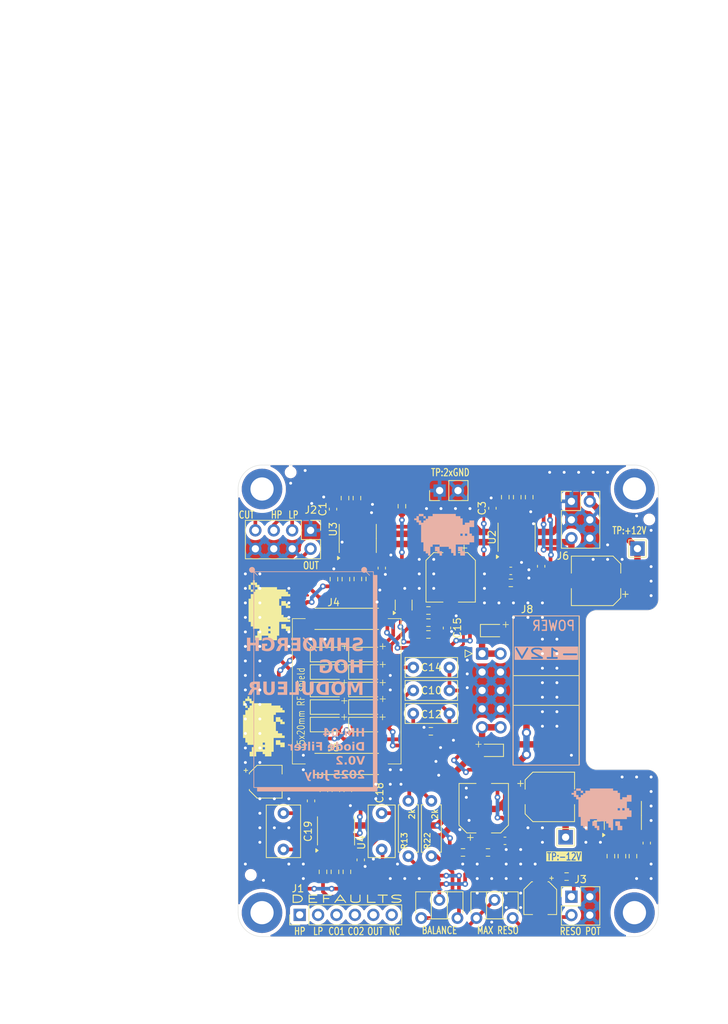
<source format=kicad_pcb>
(kicad_pcb (version 20241229) (generator "pcbnew") (generator_version "9.0")
  (layers (0 "F.Cu" signal) (2 "B.Cu" signal) (13 "F.Paste" user) (15 "B.Paste" user) (5 "F.SilkS" user "F.Silkscreen") (7 "B.SilkS" user "B.Silkscreen") (1 "F.Mask" user) (3 "B.Mask" user) (25 "Edge.Cuts" user))
  (net 0 "")
  (net 1 "GND")
  (net 2 "+12V")
  (net 3 "-12V")
  (net 4 "Net-(C7-Pad1)")
  (net 5 "CUTOFF")
  (net 6 "Net-(C10-Pad2)")
  (net 7 "Net-(D3-A)")
  (net 8 "Net-(C11-Pad2)")
  (net 9 "Net-(C11-Pad1)")
  (net 10 "Net-(D5-A)")
  (net 11 "Net-(C12-Pad2)")
  (net 12 "Net-(C13-Pad1)")
  (net 13 "Net-(D7-A)")
  (net 14 "Net-(D6-A)")
  (net 15 "Net-(C15-Pad1)")
  (net 16 "Net-(U4A-+)")
  (net 17 "Net-(C19-Pad1)")
  (net 18 "Net-(C19-Pad2)")
  (net 19 "Net-(C20-Pad1)")
  (net 20 "RESO_VALUE")
  (net 21 "Net-(D1-K)")
  (net 22 "Net-(D1-A)")
  (net 23 "Net-(D2-A)")
  (net 24 "Net-(D4-A)")
  (net 25 "Net-(D8-A)")
  (net 26 "Net-(D10-K)")
  (net 27 "Net-(D10-A)")
  (net 28 "Net-(D11-A)")
  (net 29 "Net-(D12-K)")
  (net 36 "HP")
  (net 37 "OUT")
  (net 38 "LP")
  (net 39 "RESO_MAX")
  (net 40 "Net-(Q1A-B1)")
  (net 41 "Net-(Q1A-E1)")
  (net 42 "Net-(U3B--)")
  (net 43 "Net-(R15-Pad1)")
  (net 44 "Net-(U3A--)")
  (net 45 "Net-(R8-Pad1)")
  (net 46 "Net-(U2B--)")
  (net 47 "Net-(R13-Pad1)")
  (net 48 "Net-(R22-Pad1)")
  (net 49 "Net-(U1A--)")
  (net 50 "Net-(U4A--)")
  (net 51 "Net-(U1A-+)")
  (net 52 "Net-(U4B--)")
  (net 53 "Net-(R31-Pad1)")
  (net 54 "Net-(U1B--)")
  (footprint "Package_SO:SOIC-8_3.9x4.9mm_P1.27mm" (layer "F.Cu") (at 162.436 98.946 90)
    (property "Reference" "U2")
    (property "Value" "TL072")
  )
  (footprint "Potentiometer_THT:Potentiometer_ACP_CA6-H2,5_Horizontal" (layer "F.Cu") (at 149.273 151.442 90)
    (property "Reference" "RV_BALANCE1")
    (property "Value" "1k")
  )
  (footprint "Resistor_SMD:R_0603_1608Metric_Pad0.98x0.95mm_HandSolder" (layer "F.Cu") (at 158.4875 142.4)
    (property "Reference" "R18")
    (property "Value" "1k")
  )
  (footprint "Resistor_SMD:R_0603_1608Metric_Pad0.98x0.95mm_HandSolder" (layer "F.Cu") (at 140.4 93.5515 90)
    (property "Reference" "R1")
    (property "Value" "20k")
  )
  (footprint "Resistor_SMD:R_0603_1608Metric_Pad0.98x0.95mm_HandSolder" (layer "F.Cu") (at 169.339 145.727 180)
    (property "Reference" "R30")
    (property "Value" "100k")
  )
  (footprint "Connector_PinHeader_2.54mm:PinHeader_2x04_P2.54mm_Vertical" (layer "F.Cu") (at 134 98 -90)
    (property "Reference" "J2")
    (property "Value" "Conn_02x04_Counter_Clockwise")
  )
  (footprint "Capacitor_THT:C_Rect_L7.0mm_W2.5mm_P5.00mm" (layer "F.Cu") (at 148.17 116.898)
    (property "Reference" "C14")
    (property "Value" "1n (Foil)")
  )
  (footprint "Capacitor_SMD:CP_Elec_6.3x7.7" (layer "F.Cu") (at 157.9 136.3 90)
    (property "Reference" "C13")
    (property "Value" "100u")
  )
  (footprint "Resistor_SMD:R_0603_1608Metric_Pad0.98x0.95mm_HandSolder" (layer "F.Cu") (at 140.527 104.704 90)
    (property "Reference" "R8")
    (property "Value" "10k")
  )
  (footprint "Connector_PinHeader_2.54mm:PinHeader_2x03_P2.54mm_Vertical" (layer "F.Cu") (at 170 94)
    (property "Reference" "J6")
    (property "Value" "Conn_02x03_Odd_Even")
  )
  (footprint "Diode_SMD:D_SOD-123" (layer "F.Cu") (at 136.322424 119.946)
    (property "Reference" "D3")
    (property "Value" "1N4148")
  )
  (footprint "Resistor_SMD:R_0603_1608Metric_Pad0.98x0.95mm_HandSolder" (layer "F.Cu") (at 139.016 145.075 -90)
    (property "Reference" "R24")
    (property "Value" "1M")
  )
  (footprint "Resistor_SMD:R_0603_1608Metric_Pad0.98x0.95mm_HandSolder" (layer "F.Cu") (at 137.365 145.075 -90)
    (property "Reference" "R25")
    (property "Value" "22k")
  )
  (footprint "Diode_SMD:D_SOD-123" (layer "F.Cu") (at 141.619585 119.946)
    (property "Reference" "D8")
    (property "Value" "1N4148")
  )
  (footprint "Resistor_SMD:R_0603_1608Metric_Pad0.98x0.95mm_HandSolder" (layer "F.Cu") (at 164.177 93.4265 90)
    (property "Reference" "R10")
    (property "Value" "200k")
  )
  (footprint "MountingHole:MountingHole_3.2mm_M3_DIN965_Pad" (layer "F.Cu") (at 178.7 150.7)
    (property "Reference" "H2")
    (property "Value" "MountingHole")
  )
  (footprint "Resistor_SMD:R_0603_1608Metric_Pad0.98x0.95mm_HandSolder" (layer "F.Cu") (at 162.526 93.4265 90)
    (property "Reference" "R12")
    (property "Value" "2.7k")
  )
  (footprint "Shmoergh_Custom_Footprints:Gyeszno" (layer "F.Cu") (at 127.556 125.026 90)
    (property "Reference" "G***" (hide yes))
    (property "Value" "LOGO" (hide yes))
  )
  (footprint "Diode_SMD:D_SOD-123" (layer "F.Cu") (at 141.618585 117.533)
    (property "Reference" "D7")
    (property "Value" "1N4148")
  )
  (footprint "Resistor_SMD:R_0603_1608Metric_Pad0.98x0.95mm_HandSolder" (layer "F.Cu") (at 138.749 93.5515 90)
    (property "Reference" "R4")
    (property "Value" "10k")
  )
  (footprint "Capacitor_THT:C_Rect_L7.0mm_W4.5mm_P5.00mm" (layer "F.Cu") (at 130.253 136.987 -90)
    (property "Reference" "C19")
    (property "Value" "1u (Foil)")
  )
  (footprint "Capacitor_THT:C_Rect_L7.0mm_W2.5mm_P5.00mm" (layer "F.Cu") (at 148.17 123.248)
    (property "Reference" "C12")
    (property "Value" "1n (Foil)")
  )
  (footprint "Capacitor_THT:C_Rect_L7.0mm_W3.5mm_P5.00mm" (layer "F.Cu") (at 143.812 141.987 90)
    (property "Reference" "C18")
    (property "Value" "470n (foil)")
  )
  (footprint "Resistor_SMD:R_0603_1608Metric_Pad0.98x0.95mm_HandSolder" (layer "F.Cu") (at 155.035 142.4)
    (property "Reference" "R17")
    (property "Value" "390")
  )
  (footprint "Connector_PinHeader_2.54mm:PinHeader_1x06_P2.54mm_Vertical" (layer "F.Cu") (at 132.5 151 90)
    (property "Reference" "J1")
    (property "Value" "Conn_01x06")
  )
  (footprint "Capacitor_SMD:C_0603_1608Metric" (layer "F.Cu") (at 173.4 134.5 90)
    (property "Reference" "C8")
    (property "Value" "100n")
  )
  (footprint "Diode_SMD:D_SOD-123" (layer "F.Cu") (at 136.322424 122.359)
    (property "Reference" "D4")
    (property "Value" "1N4148")
  )
  (footprint "Resistor_SMD:R_0603_1608Metric_Pad0.98x0.95mm_HandSolder" (layer "F.Cu") (at 142.178 104.704 -90)
    (property "Reference" "R6")
    (property "Value" "10k")
  )
  (footprint "Shmoergh_Logo:Gyeszno" (layer "F.Cu") (at 128.318 109.024 90)
    (property "Reference" "G***" (hide yes))
    (property "Value" "LOGO" (hide yes))
  )
  (footprint "Capacitor_THT:C_Rect_L7.0mm_W2.5mm_P5.00mm" (layer "F.Cu") (at 148.17 120.073)
    (property "Reference" "C10")
    (property "Value" "1n (Foil)")
  )
  (footprint "MountingHole:MountingHole_3.2mm_M3_DIN965_Pad" (layer "F.Cu") (at 127.3 92.3)
    (property "Reference" "H1")
    (property "Value" "MountingHole")
  )
  (footprint "Diode_SMD:D_SOD-123" (layer "F.Cu") (at 136.322424 117.533)
    (property "Reference" "D2")
    (property "Value" "1N4148")
  )
  (footprint "Shmoergh_Custom_Footprints:HARWIN_S1711-46R" (layer "F.Cu") (at 138.986 110.2)
    (property "Reference" "J4")
    (property "Value" "S1711-46R")
  )
  (footprint "Diode_SMD:D_SOD-123" (layer "F.Cu") (at 141.619585 115.12)
    (property "Reference" "D6")
    (property "Value" "1N4148")
  )
  (footprint "Capacitor_SMD:C_0603_1608Metric" (layer "F.Cu") (at 165.828 102.9515 90)
    (property "Reference" "C4")
    (property "Value" "100n")
  )
  (footprint "Resistor_SMD:R_0603_1608Metric_Pad0.98x0.95mm_HandSolder" (layer "F.Cu") (at 176.973 142.9115 90)
    (property "Reference" "R28")
    (property "Value" "220k")
  )
  (footprint "Shmoergh_Custom_Footprints:R_Axial_DIN0207_L6.3mm_D2.5mm_P7.62mm_Horizontal" (layer "F.Cu") (at 150.67 142.91 90)
    (property "Reference" "R22")
    (property "Value" "2k")
  )
  (footprint "Capacitor_SMD:CP_Elec_6.3x7.7" (layer "F.Cu") (at 167.02334 134.74166)
    (property "Reference" "C21")
    (property "Value" "100u")
  )
  (footprint "Capacitor_SMD:C_0603_1608Metric" (layer "F.Cu") (at 134.063 135.296 90)
    (property "Reference" "C5")
    (property "Value" "100n")
  )
  (footprint "Shmoergh_Custom_Footprints:HARWIN_S1711-46R" (layer "F.Cu") (at 138.986 130.2)
    (property "Reference" "J5")
    (property "Value" "S1711-46R")
  )
  (footprint "Capacitor_SMD:C_0603_1608Metric" (layer "F.Cu") (at 159.097 94.9505 90)
    (property "Reference" "C3")
    (property "Value" "100n")
  )
  (footprint "MountingHole:ToolingHole_1.152mm" (layer "F.Cu") (at 125.75 145.5)
    (property "Reference" "REF**" (hide yes))
    (property "Value" "ToolingHole_1.152mm")
  )
  (footprint "Package_SO:SOIC-8_3.9x4.9mm_P1.27mm" (layer "F.Cu") (at 137.512 139.427 90)
    (property "Reference" "U4")
    (property "Value" "TL072")
  )
  (footprint "Shmoergh_Custom_Footprints:R_Axial_DIN0207_L6.3mm_D2.5mm_P7.62mm_Horizontal" (layer "F.Cu") (at 147.495 142.91 90)
    (property "Reference" "R13")
    (property "Value" "2k")
  )
  (footprint "TestPoint:TestPoint_THTPad_2.0x2.0mm_Drill1.0mm" (layer "F.Cu") (at 179.118 100.515)
    (property "Reference" "TP1")
    (property "Value" "12V")
  )
  (footprint "Package_SO:SOIC-8_3.9x4.9mm_P1.27mm" (layer "F.Cu") (at 140.51 99.118 90)
    (property "Reference" "U3")
    (property "Value" "TL072")
  )
  (footprint "Resistor_SMD:R_0603_1608Metric_Pad0.98x0.95mm_HandSolder" (layer "F.Cu") (at 137.492 133.772 90)
    (property "Reference" "R31")
    (property "Value" "100k")
  )
  (footprint "Resistor_SMD:R_0603_1608Metric_Pad0.98x0.95mm_HandSolder" (layer "F.Cu") (at 150.2655 112.3525 180)
    (property "Reference" "R16")
    (property "Value" "100")
  )
  (footprint "Diode_SMD:D_SOD-123" (layer "F.Cu") (at 141.619585 122.359)
    (property "Reference" "D9")
    (property "Value" "1N4148")
  )
  (footprint "Connector_PinHeader_2.54mm:PinHeader_2x02_P2.54mm_Vertical" (layer "F.Cu") (at 170 148.5)
    (property "Reference" "J3")
    (property "Value" "Conn_02x02_Counter_Clockwise")
  )
  (footprint "Resistor_SMD:R_0603_1608Metric_Pad0.98x0.95mm_HandSolder" (layer "F.Cu") (at 135.714 145.075 90)
    (property "Reference" "R26")
    (property "Value" "47k")
  )
  (footprint "Package_TO_SOT_SMD:SOT-363_SC-70-6" (layer "F.Cu") (at 146.846 108.3 90)
    (property "Reference" "Q1")
    (property "Value" "BC847BS")
  )
  (footprint "Diode_SMD:D_SOD-123" (layer "F.Cu") (at 136.322424 115.12)
    (property "Reference" "D1")
    (property "Value" "1N4148")
  )
  (footprint "Resistor_SMD:R_0603_1608Metric_Pad0.98x0.95mm_HandSolder" (layer "F.Cu") (at 150.6 125.7 180)
    (property "Reference" "R19")
    (property "Value" "1k")
  )
  (footprint "Resistor_SMD:R_0603_1608Metric_Pad0.98x0.95mm_HandSolder" (layer "F.Cu") (at 138.876 104.7275 90)
    (property "Reference" "R9")
    (property "Value" "47k")
  )
  (footprint "Resistor_SMD:R_0603_1608Metric_Pad0.98x0.95mm_HandSolder" (layer "F.Cu") (at 139.143 133.772 90)
    (property "Reference" "R29")
    (property "Value" "10k")
  )
  (footprint "Capacitor_SMD:C_0603_1608Metric" (layer "F.Cu") (at 160.83 140.8)
    (property "Reference" "C16")
    (property "Value" "100n")
  )
  (footprint "Capacitor_SMD:C_0603_1608Metric" (layer "F.Cu") (at 161.637 103.5865)
    (property "Reference" "C7")
    (property "Value" "10n")
  )
  (footprint "MountingHole:ToolingHole_1.152mm" (layer "F.Cu") (at 180.75 96.5)
    (property "Reference" "REF**" (hide yes))
    (property "Value" "ToolingHole_1.152mm")
  )
  (footprint "Connector_PinHeader_2.54mm:PinHeader_1x02_P2.54mm_Vertical" (layer "F.Cu") (at 151.808 92.514 90)
    (property "Reference" "J7")
    (property "Value" "Conn_01x02")
  )
  (footprint "MountingHole:MountingHole_3.2mm_M3_DIN965_Pad" (layer "F.Cu") (at 178.7 92.3)
    (property "Reference" "H4")
    (property "Value" "MountingHole")
  )
  (footprint "Package_SO:SOIC-8_3.9x4.9mm_P1.27mm" (layer "F.Cu") (at 177.1 137.3 90)
    (property "Reference" "U1")
    (property "Value" "TL072")
  )
  (footprint "Capacitor_SMD:C_0603_1608Metric" (layer "F.Cu") (at 152.829 111.4635 -90)
    (property "Reference" "C15")
    (property "Value" "100n")
  )
  (footprint "Resistor_SMD:R_0603_1608Metric_Pad0.98x0.95mm_HandSolder" (layer "F.Cu") (at 137.225 104.7275 90)
    (property "Reference" "R11")
    (property "Value" "180k")
  )
  (footprint "Diode_SMD:D_SOD-123" (layer "F.Cu") (at 141.619585 124.772)
    (property "Reference" "D10")
    (property "Value" "1N4148")
  )
  (footprint "Diode_SMD:D_SOD-123" (layer "F.Cu") (at 136.322424 124.772)
    (property "Reference" "D5")
    (property "Value" "1N4148")
  )
  (footprint "Capacitor_SMD:CP_Elec_4x5.7" (layer "F.Cu") (at 127.81 132.646)
    (property "Reference" "C11")
    (property "Value" "2.2u")
  )
  (footprint "MountingHole:ToolingHole_1.152mm" (layer "F.Cu") (at 131.25 90)
    (property "Reference" "REF**" (hide yes))
    (property "Value" "ToolingHole_1.152mm")
  )
  (footprint "Resistor_SMD:R_0603_1608Metric_Pad0.98x0.95mm_HandSolder" (layer "F.Cu") (at 135.841 133.772 -90)
    (property "Reference" "R32")
    (property "Value" "1k")
  )
  (footprint "Resistor_SMD:R_0603_1608Metric_Pad0.98x0.95mm_HandSolder" (layer "F.Cu") (at 146.606 94.673 -90)
    (property "Reference" "R15")
    (property "Value" "33k")
  )
  (footprint "Connector_IDC:IDC-Header_2x05_P2.54mm_Horizontal" (layer "F.Cu") (at 157.6725 114.993)
    (property "Reference" "J8")
    (property "Value" "Conn_02x05_Odd_Even")
  )
  (footprint "MountingHole:MountingHole_3.2mm_M3_DIN965_Pad" (layer "F.Cu") (at 127.3 150.7)
    (property "Reference" "H3")
    (property "Value" "MountingHole")
  )
  (footprint "Capacitor_SMD:CP_Elec_6.3x7.7" (layer "F.Cu") (at 173.403 104.96 180)
    (property "Reference" "C22")
    (property "Value" "100u")
  )
  (footprint "Resistor_SMD:R_0603_1608Metric_Pad0.98x0.95mm_HandSolder" (layer "F.Cu") (at 175.449 142.9115 -90)
    (property "Reference" "R23")
    (property "Value" "1k")
  )
  (footprint "Resistor_SMD:R_0603_1608Metric_Pad0.98x0.95mm_HandSolder" (layer "F.Cu") (at 160.875 93.4265 90)
    (property "Reference" "R14")
    (property "Value" "2.2k")
  )
  (footprint "Diode_SMD:D_SOD-323" (layer "F.Cu") (at 159.052 111.818)
    (property "Reference" "D12")
    (property "Value" "1N5817")
  )
  (footprint "Resistor_SMD:R_0603_1608Metric_Pad0.98x0.95mm_HandSolder" (layer "F.Cu") (at 150.2655 109.0505)
    (property "Reference" "R20")
    (property "Value" "3.9k")
  )
  (footprint "Potentiometer_THT:Potentiometer_ACP_CA6-H2,5_Horizontal" (layer "F.Cu") (at 156.893 151.442 90)
    (property "Reference" "RV_MAX_RESO1")
    (property "Value" "100k")
  )
  (footprint "Capacitor_SMD:CP_Elec_4x5.4" (layer "F.Cu") (at 165.701 148.7 -90)
    (property "Reference" "C20")
    (property "Value" "10u")
  )
  (footprint "Resistor_SMD:R_0603_1608Metric_Pad0.98x0.95mm_HandSolder" (layer "F.Cu") (at 161.637 105.2375)
    (property "Reference" "R7")
    (property "Value" "56k")
  )
  (footprint "Capacitor_SMD:C_0603_1608Metric" (layer "F.Cu") (at 140.921 143.424 90)
    (property "Reference" "C6")
    (property "Value" "100n")
  )
  (footprint "Resistor_SMD:R_0603_1608Metric_Pad0.98x0.95mm_HandSolder" (layer "F.Cu") (at 178.497 142.9115 -90)
    (property "Reference" "R27")
    (property "Value" "1M")
  )
  (footprint "Capacitor_SMD:CP_Elec_6.3x7.7" (layer "F.Cu") (at 153.337 104.4785 -90)
    (property "Reference" "C17")
    (property "Value" "100u")
  )
  (footprint "Capacitor_SMD:C_0603_1608Metric" (layer "F.Cu") (at 180.402 141.11 90)
    (property "Reference" "C9")
    (property "Value" "100n")
  )
  (footprint "TestPoint:TestPoint_THTPad_2.0x2.0mm_Drill1.0mm" (layer "F.Cu") (at 169.2 140.3)
    (property "Reference" "TP2")
    (property "Value" "-12V")
  )
  (footprint "Resistor_SMD:R_0603_1608Metric_Pad0.98x0.95mm_HandSolder" (layer "F.Cu") (at 150.2655 110.7245 180)
    (property "Reference" "R21")
    (property "Value" "200")
  )
  (footprint "Capacitor_SMD:C_0603_1608Metric" (layer "F.Cu") (at 137.098 95.0755 90)
    (property "Reference" "C1")
    (property "Value" "100n")
  )
  (footprint "Diode_SMD:D_SOD-323" (layer "F.Cu") (at 159.018 128.328 180)
    (property "Reference" "D11")
    (property "Value" "1N5817")
  )
  (footprint "Capacitor_SMD:C_0603_1608Metric" (layer "F.Cu") (at 143.829 103.2035 90)
    (property "Reference" "C2")
    (property "Value" "100n")
  )
  (footprint "Shmoergh_Custom_Footprints:Gyeszno" (layer "B.Cu") (at 152.448 98.61 180)
    (property "Reference" "G***" (hide yes))
    (property "Value" "LOGO" (hide yes))
  )
  (footprint "Shmoergh_Custom_Footprints:Gyeszno" (layer "B.Cu") (at 174.165 136.456 180)
    (property "Reference" "G***" (hide yes))
    (property "Value" "LOGO" (hide yes))
  )
  (gr_line (start 146.4825 110.167) (end 144.6975 110.167) (stroke (width 0.1)) (layer "F.SilkS"))
  (gr_line (start 131.486 110.2) (end 131.486 130.2) (stroke (width 0.1)) (layer "F.SilkS"))
  (gr_line (start 133.2745 130.2) (end 131.4895 130.2) (stroke (width 0.1)) (layer "F.SilkS"))
  (gr_line (start 146.486 130.2) (end 144.701 130.2) (stroke (width 0.1)) (layer "F.SilkS"))
  (gr_line (start 146.486 110.202) (end 146.486 130.2) (stroke (width 0.1)) (layer "F.SilkS"))
  (gr_line (start 133.271 110.167) (end 131.486 110.167) (stroke (width 0.1)) (layer "F.SilkS"))
  (gr_rect (start 142.667 104.198) (end 143.167 133.948) (stroke (width 0.1)) (fill yes) (layer "B.SilkS"))
  (gr_rect (start 126.167 103.698) (end 142.667 133.448) (stroke (width 0.1)) (fill no) (layer "B.SilkS"))
  (gr_circle (center 125.917 103.448) (end 125.667 103.698) (stroke (width 0.1)) (fill yes) (layer "B.SilkS"))
  (gr_line (start 142.147 104.198) (end 141.397 103.448) (stroke (width 0.1)) (layer "B.SilkS"))
  (gr_circle (center 141.397 103.448) (end 141.147 103.698) (stroke (width 0.1)) (fill yes) (layer "B.SilkS"))
  (gr_rect (start 161.973 109.786) (end 171.117 130.36) (stroke (width 0.1)) (fill no) (layer "B.SilkS"))
  (gr_rect (start 126.667 133.448) (end 143.167 133.948) (stroke (width 0.1)) (fill yes) (layer "B.SilkS"))
  (gr_line (start 126.667 104.198) (end 125.917 103.448) (stroke (width 0.1)) (layer "B.SilkS"))
  (gr_line (start 173.5 109) (end 180.5 109) (stroke (width 0.05)) (layer "Edge.Cuts"))
  (gr_line (start 180.5 131) (end 173.5 131) (stroke (width 0.05)) (layer "Edge.Cuts"))
  (gr_arc (start 173.5 131) (mid 172.43934 130.56066) (end 172 129.5) (stroke (width 0.05)) (layer "Edge.Cuts"))
  (gr_arc (start 178.7 89) (mid 181.033452 89.966548) (end 182 92.3) (stroke (width 0.05)) (layer "Edge.Cuts"))
  (gr_arc (start 172 110.5) (mid 172.43934 109.43934) (end 173.5 109) (stroke (width 0.05)) (layer "Edge.Cuts"))
  (gr_line (start 127.3 89) (end 178.7 89) (stroke (width 0.05)) (layer "Edge.Cuts"))
  (gr_line (start 172 129.5) (end 172 110.5) (stroke (width 0.05)) (layer "Edge.Cuts"))
  (gr_arc (start 127.3 154) (mid 124.966548 153.033452) (end 124 150.7) (stroke (width 0.05)) (layer "Edge.Cuts"))
  (gr_line (start 178.7 154) (end 127.3 154) (stroke (width 0.05)) (layer "Edge.Cuts"))
  (gr_line (start 182 107.5) (end 182 92.3) (stroke (width 0.05)) (layer "Edge.Cuts"))
  (gr_arc (start 124 92.3) (mid 124.966548 89.966548) (end 127.3 89) (stroke (width 0.05)) (layer "Edge.Cuts"))
  (gr_arc (start 182 150.7) (mid 181.033452 153.033452) (end 178.7 154) (stroke (width 0.05)) (layer "Edge.Cuts"))
  (gr_line (start 124 150.7) (end 124 92.3) (stroke (width 0.05)) (layer "Edge.Cuts"))
  (gr_arc (start 180.5 131) (mid 181.56066 131.43934) (end 182 132.5) (stroke (width 0.05)) (layer "Edge.Cuts"))
  (gr_line (start 182 132.5) (end 182 150.7) (stroke (width 0.05)) (layer "Edge.Cuts"))
  (gr_arc (start 182 107.5) (mid 181.56066 108.56066) (end 180.5 109) (stroke (width 0.05)) (layer "Edge.Cuts"))
  (gr_text "TP:2xGND" (at 150.543 90.609 0) (layer "F.SilkS") (effects (font (size 1 0.75) (thickness 0.15) (bold yes)) (justify left bottom)))
  (gr_text "HP" (at 128.445 96.451 0) (layer "F.SilkS") (effects (font (size 1 0.75) (thickness 0.15) (bold yes)) (justify left bottom)))
  (gr_text "+" (at 160.25 111.5 0) (layer "F.SilkS") (effects (font (size 1 1) (thickness 0.1)) (justify left bottom)))
  (gr_text "CO1" (at 137.589 153.855 0) (layer "F.SilkS") (effects (font (size 1 0.75) (thickness 0.15) (bold yes)) (justify bottom)))
  (gr_text "+" (at 138 114.5 0) (layer "F.SilkS") (effects (font (size 1 1) (thickness 0.1)) (justify left bottom)))
  (gr_text "DEFAULTS" (at 138.986 149.41 0) (layer "F.SilkS") (effects (font (size 1 2.2) (thickness 0.15) (bold yes)) (justify bottom)))
  (gr_text "BALANCE" (at 149.273 153.728 0) (layer "F.SilkS") (effects (font (size 1 0.75) (thickness 0.15) (bold yes)) (justify left bottom)))
  (gr_text "+" (at 143.269585 117 0) (layer "F.SilkS") (effects (font (size 1 1) (thickness 0.1)) (justify left bottom)))
  (gr_text "+" (at 137.972424 124.25 0) (layer "F.SilkS") (effects (font (size 1 1) (thickness 0.1)) (justify left bottom)))
  (gr_text "TP:+12V" (at 175.562 98.61 0) (layer "F.SilkS") (effects (font (size 1 0.75) (thickness 0.15) (bold yes)) (justify left bottom)))
  (gr_text "LP" (at 135.049 153.855 0) (layer "F.SilkS") (effects (font (size 1 0.75) (thickness 0.15) (bold yes)) (justify bottom)))
  (gr_text "+" (at 137.972424 122 0) (layer "F.SilkS") (effects (font (size 1 1) (thickness 0.1)) (justify left bottom)))
  (gr_text "+" (at 143.268585 114.5 0) (layer "F.SilkS") (effects (font (size 1 1) (thickness 0.1)) (justify left bottom)))
  (gr_text "RESO POT" (at 168.323 153.855 0) (layer "F.SilkS") (effects (font (size 1 0.75) (thickness 0.15) (bold yes)) (justify left bottom)))
  (gr_text "+" (at 143.269585 121.75 0) (layer "F.SilkS") (effects (font (size 1 1) (thickness 0.1)) (justify left bottom)))
  (gr_text "+" (at 156.5 128 0) (layer "F.SilkS") (effects (font (size 1 1) (thickness 0.1)) (justify left bottom)))
  (gr_text "15x20mm RF shield" (at 133.271 128.328 90) (layer "F.SilkS") (effects (font (size 1 0.75) (thickness 0.1)) (justify left bottom)))
  (gr_text "CUT" (at 124 96.451 0) (layer "F.SilkS") (effects (font (size 1 0.75) (thickness 0.15) (bold yes)) (justify left bottom)))
  (gr_text "TP:-12V" (at 166.545 143.568 0) (layer "F.SilkS" knockout) (effects (font (size 1 0.75) (thickness 0.15) (bold yes)) (justify left bottom)))
  (gr_text "+" (at 143.25 124.25 0) (layer "F.SilkS") (effects (font (size 1 1) (thickness 0.1)) (justify left bottom)))
  (gr_text "OUT" (at 132.89 103.436 0) (layer "F.SilkS") (effects (font (size 1 0.75) (thickness 0.15) (bold yes)) (justify left bottom)))
  (gr_text "OUT" (at 142.923 153.855 0) (layer "F.SilkS") (effects (font (size 1 0.75) (thickness 0.15) (bold yes)) (justify bottom)))
  (gr_text "+" (at 143.269585 119.5 0) (layer "F.SilkS") (effects (font (size 1 1) (thickness 0.1)) (justify left bottom)))
  (gr_text "NC" (at 145.59 153.855 0) (layer "F.SilkS") (effects (font (size 1 0.75) (thickness 0.15) (bold yes)) (justify bottom)))
  (gr_text "CO2" (at 140.256 153.855 0) (layer "F.SilkS") (effects (font (size 1 0.75) (thickness 0.15) (bold yes)) (justify bottom)))
  (gr_text "HP" (at 132.509 153.855 0) (layer "F.SilkS") (effects (font (size 1 0.75) (thickness 0.15) (bold yes)) (justify bottom)))
  (gr_text "MAX RESO" (at 156.893 153.728 0) (layer "F.SilkS") (effects (font (size 1 0.75) (thickness 0.15) (bold yes)) (justify left bottom)))
  (gr_text "+" (at 137.972424 117 0) (layer "F.SilkS") (effects (font (size 1 1) (thickness 0.1)) (justify left bottom)))
  (gr_text "LP" (at 130.858 96.451 0) (layer "F.SilkS") (effects (font (size 1 0.75) (thickness 0.15) (bold yes)) (justify left bottom)))
  (gr_text "+" (at 137.972424 119.5 0) (layer "F.SilkS") (effects (font (size 1 1) (thickness 0.1)) (justify left bottom)))
  (gr_text "-12V" (at 171.371 115.755 0) (layer "B.SilkS" knockout) (effects (font (size 1.3 2.25) (thickness 0.25) (bold yes)) (justify left bottom mirror)))
  (gr_text "HM-04 \nDiode Filter\nV0.2\n2025 July" (at 141.524 132.416 0) (layer "B.SilkS") (effects (font (size 1.15 1.15) (thickness 0.2) (bold yes)) (justify left bottom mirror)))
  (gr_text "POWER" (at 170.609 111.945 0) (layer "B.SilkS") (effects (font (size 1.35 1.15) (thickness 0.2) (bold yes)) (justify left bottom mirror)))
  (gr_text "SHMØERGH \nHOG \nMODULEUR" (at 141.397 120.986 0) (layer "B.SilkS") (effects (font (size 1.8 1.8) (thickness 0.28) (bold yes)) (justify left bottom mirror)))
  (segment (start 146.846 106.154) (end 146.846 107.35) (width 0.381) (layer "F.Cu") (net 1))
  (segment (start 147 106) (end 146.846 106.154) (width 0.381) (layer "F.Cu") (net 1))
  (via (at 164.132 104.579) (size 0.8) (drill 0.4) (layers "F.Cu" "B.Cu") (net 1))
  (via (at 151 104) (size 0.8) (drill 0.4) (layers "F.Cu" "B.Cu") (net 1))
  (via (at 163 148) (size 0.8) (drill 0.4) (layers "F.Cu" "B.Cu") (net 1))
  (via (at 179 132) (size 0.8) (drill 0.4) (layers "F.Cu" "B.Cu") (net 1))
  (via (at 125 114) (size 0.8) (drill 0.4) (layers "F.Cu" "B.Cu") (net 1))
  (via (at 164.386 95.435) (size 0.8) (drill 0.4) (layers "F.Cu" "B.Cu") (net 1))
  (via (at 127 108) (size 0.8) (drill 0.4) (layers "F.Cu" "B.Cu") (net 1))
  (via (at 166 121) (size 0.8) (drill 0.4) (layers "F.Cu" "B.Cu") (net 1))
  (via (at 125 104) (size 0.8) (drill 0.4) (layers "F.Cu" "B.Cu") (net 1))
  (via (at 146.479 131) (size 0.8) (drill 0.4) (layers "F.Cu" "B.Cu") (net 1))
  (via (at 127 106) (size 0.8) (drill 0.4) (layers "F.Cu" "B.Cu") (net 1))
  (via (at 142.415 95.562) (size 0.8) (drill 0.4) (layers "F.Cu" "B.Cu") (net 1))
  (via (at 131 110) (size 0.8) (drill 0.4) (layers "F.Cu" "B.Cu") (net 1))
  (via (at 131 135) (size 0.8) (drill 0.4) (layers "F.Cu" "B.Cu") (net 1))
  (via (at 160 108) (size 0.8) (drill 0.4) (layers "F.Cu" "B.Cu") (net 1))
  (via (at 131.25 91.5) (size 0.8) (drill 0.4) (layers "F.Cu" "B.Cu") (net 1))
  (via (at 157 148) (size 0.8) (drill 0.4) (layers "F.Cu" "B.Cu") (net 1))
  (via (at 133 146) (size 0.8) (drill 0.4) (layers "F.Cu" "B.Cu") (net 1))
  (via (at 162 108) (size 0.8) (drill 0.4) (layers "F.Cu" "B.Cu") (net 1))
  (via (at 127 139) (size 0.8) (drill 0.4) (layers "F.Cu" "B.Cu") (net 1))
  (via (at 166 113) (size 0.8) (drill 0.4) (layers "F.Cu" "B.Cu") (net 1))
  (via (at 127 120) (size 0.8) (drill 0.4) (layers "F.Cu" "B.Cu") (net 1))
  (via (at 164.767 97.086) (size 0.8) (drill 0.4) (layers "F.Cu" "B.Cu") (net 1))
  (via (at 154.607 139.25) (size 0.8) (drill 0.4) (layers "F.Cu" "B.Cu") (net 1))
  (via (at 151.686 131.757) (size 0.8) (drill 0.4) (layers "F.Cu" "B.Cu") (net 1))
  (via (at 127 114) (size 0.8) (drill 0.4) (layers "F.Cu" "B.Cu") (net 1))
  (via (at 175 90) (size 0.8) (drill 0.4) (layers "F.Cu" "B.Cu") (net 1))
  (via (at 125 144) (size 0.8) (drill 0.4) (layers "F.Cu" "B.Cu") (net 1))
  (via (at 143.558 106.23) (size 0.8) (drill 0.4) (layers "F.Cu" "B.Cu") (net 1))
  (via (at 161 148) (size 0.8) (drill 0.4) (layers "F.Cu" "B.Cu") (net 1))
  (via (at 138.351 99.626) (size 0.8) (drill 0.4) (layers "F.Cu" "B.Cu") (net 1))
  (via (at 127 110) (size 0.8) (drill 0.4) (layers "F.Cu" "B.Cu") (net 1))
  (via (at 166 110) (size 0.8) (drill 0.4) (layers "F.Cu" "B.Cu") (net 1))
  (via (at 127 118) (size 0.8) (drill 0.4) (layers "F.Cu" "B.Cu") (net 1))
  (via (at 133 131) (size 0.8) (drill 0.4) (layers "F.Cu" "B.Cu") (net 1))
  (via (at 145 131) (size 0.8) (drill 0.4) (layers "F.Cu" "B.Cu") (net 1))
  (via (at 177 102) (size 0.8) (drill 0.4) (layers "F.Cu" "B.Cu") (net 1))
  (via (at 155.623 119.692) (size 0.8) (drill 0.4) (layers "F.Cu" "B.Cu") (net 1))
  (via (at 131 144) (size 0.8) (drill 0.4) (layers "F.Cu" "B.Cu") (net 1))
  (via (at 161 146) (size 0.8) (drill 0.4) (layers "F.Cu" "B.Cu") (net 1))
  (via (at 158.925 93.53) (size 0.8) (drill 0.4) (layers "F.Cu" "B.Cu") (net 1))
  (via (at 142.669 143.314) (size 0.8) (drill 0.4) (layers "F.Cu" "B.Cu") (net 1))
  (via (at 131 106) (size 0.8) (drill 0.4) (layers "F.Cu" "B.Cu") (net 1))
  (via (at 149.654 125.153) (size 0.8) (drill 0.4) (layers "F.Cu" "B.Cu") (net 1))
  (via (at 153.718 126.931) (size 0.8) (drill 0.4) (layers "F.Cu" "B.Cu") (net 1))
  (via (at 177 132) (size 0.8) (drill 0.4) (layers "F.Cu" "B.Cu") (net 1))
  (via (at 143.177 107.881) (size 0.8) (drill 0.4) (layers "F.Cu" "B.Cu") (net 1))
  (via (at 139.494 135.948) (size 0.8) (drill 0.4) (layers "F.Cu" "B.Cu") (net 1))
  (via (at 127 116) (size 0.8) (drill 0.4) (layers "F.Cu" "B.Cu") (net 1))
  (via (at 125 116) (size 0.8) (drill 0.4) (layers "F.Cu" "B.Cu") (net 1))
  (via (at 168 119) (size 0.8) (drill 0.4) (layers "F.Cu" "B.Cu") (net 1))
  (via (at 146 144) (size 0.8) (drill 0.4) (layers "F.Cu" "B.Cu") (net 1))
  (via (at 175 102) (size 0.8) (drill 0.4) (layers "F.Cu" "B.Cu") (net 1))
  (via (at 168 113) (size 0.8) (drill 0.4) (layers "F.Cu" "B.Cu") (net 1))
  (via (at 152 95) (size 0.8) (drill 0.4) (layers "F.Cu" "B.Cu") (net 1))
  (via (at 133 129) (size 0.8) (drill 0.4) (layers "F.Cu" "B.Cu") (net 1))
  (via (at 164.132 103.436) (size 0.8) (drill 0.4) (layers "F.Cu" "B.Cu") (net 1))
  (via (at 159 152) (size 0.8) (drill 0.4) (layers "F.Cu" "B.Cu") (net 1))
  (via (at 167 90) (size 0.8) (drill 0.4) (layers "F.Cu" "B.Cu") (net 1))
  (via (at 143 133) (size 0.8) (drill 0.4) (layers "F.Cu" "B.Cu") (net 1))
  (via (at 166 117) (size 0.8) (drill 0.4) (layers "F.Cu" "B.Cu") (net 1))
  (via (at 127 141) (size 0.8) (drill 0.4) (layers "F.Cu" "B.Cu") (net 1))
  (via (at 127 124) (size 0.8) (drill 0.4) (layers "F.Cu" "B.Cu") (net 1))
  (via (at 164 139) (size 0.8) (drill 0.4) (layers "F.Cu" "B.Cu") (net 1))
  (via (at 149 104) (size 0.8) (drill 0.4) (layers "F.Cu" "B.Cu") (net 1))
  (via (at 151 106) (size 0.8) (drill 0.4) (layers "F.Cu" "B.Cu") (net 1))
  (via (at 147 106) (size 0.8) (drill 0.4) (layers "F.Cu" "B.Cu") (net 1))
  (via (at 125 110) (size 0.8) (drill 0.4) (layers "F.Cu" "B.Cu") (net 1))
  (via (at 163 142) (size 0.8) (drill 0.4) (layers "F.Cu" "B.Cu") (net 1))
  (via (at 169 90) (size 0.8) (drill 0.4) (layers "F.Cu" "B.Cu") (net 1))
  (via (at 155.496 133.535) (size 0.8) (drill 0.4) (layers "F.Cu" "B.Cu") (net 1))
  (via (at 135.811 93.403) (size 0.8) (drill 0.4) (layers "F.Cu" "B.Cu") (net 1))
  (via (at 137.208 103.309) (size 0.8) (drill 0.4) (layers "F.Cu" "B.Cu") (net 1))
  (via (at 125 126) (size 0.8) (drill 0.4) (layers "F.Cu" "B.Cu") (net 1))
  (via (at 181 146) (size 0.8) (drill 0.4) (layers "F.Cu" "B.Cu") (net 1))
  (via (at 166 115) (size 0.8) (drill 0.4) (layers "F.Cu" "B.Cu") (net 1))
  (via (at 170 129) (size 0.8) (drill 0.4) (layers "F.Cu" "B.Cu") (net 1))
  (via (at 127 104) (size 0.8) (drill 0.4) (layers "F.Cu" "B.Cu") (net 1))
  (via (at 127 126) (size 0.8) (drill 0.4) (layers "F.Cu" "B.Cu") (net 1))
  (via (at 161 142) (size 0.8) (drill 0.4) (layers "F.Cu" "B.Cu") (net 1))
  (via (at 157 146) (size 0.8) (drill 0.4) (layers "F.Cu" "B.Cu") (net 1))
  (via (at 156 95) (size 0.8) (drill 0.4) (layers "F.Cu" "B.Cu") (net 1))
  (via (at 125 120) (size 0.8) (drill 0.4) (layers "F.Cu" "B.Cu") (net 1))
  (via (at 147 146) (size 0.8) (drill 0.4) (layers "F.Cu" "B.Cu") (net 1))
  (via (at 125 112) (size 0.8) (drill 0.4) (layers "F.Cu" "B.Cu") (net 1))
  (via (at 145 118) (size 0.8) (drill 0.4) (layers "F.Cu" "B.Cu") (net 1))
  (via (at 163.116 102.42) (size 0.8) (drill 0.4) (layers "F.Cu" "B.Cu") (net 1))
  (via (at 125 124) (size 0.8) (drill 0.4) (layers "F.Cu" "B.Cu") (net 1))
  (via (at 171 90) (size 0.8) (drill 0.4) (layers "F.Cu" "B.Cu") (net 1))
  (via (at 155.496 134.805) (size 0.8) (drill 0.4) (layers "F.Cu" "B.Cu") (net 1))
  (via (at 172 139) (size 0.8) (drill 0.4) (layers "F.Cu" "B.Cu") (net 1))
  (via (at 134 113) (size 0.8) (drill 0.4) (layers "F.Cu" "B.Cu") (net 1))
  (via (at 129 139) (size 0.8) (drill 0.4) (layers "F.Cu" "B.Cu") (net 1))
  (via (at 125 130) (size 0.8) (drill 0.4) (layers "F.Cu" "B.Cu") (net 1))
  (via (at 125 108) (size 0.8) (drill 0.4) (layers "F.Cu" "B.Cu") (net 1))
  (via (at 127.5 146.25) (size 0.8) (drill 0.4) (layers "F.Cu" "B.Cu") (net 1))
  (via (at 157 144) (size 0.8) (drill 0.4) (layers "F.Cu" "B.Cu") (net 1))
  (via (at 181 107) (size 0.8) (drill 0.4) (layers "F.Cu" "B.Cu") (net 1))
  (via (at 181 132) (size 0.8) (drill 0.4) (layers "F.Cu" "B.Cu") (net 1))
  (via (at 145 133) (size 0.8) (drill 0.4) (layers "F.Cu" "B.Cu") (net 1))
  (via (at 166 108) (size 0.8) (drill 0.4) (layers "F.Cu" "B.Cu") (net 1))
  (via (at 127 137) (size 0.8) (drill 0.4) (layers "F.Cu" "B.Cu") (net 1))
  (via (at 159 146) (size 0.8) (drill 0.4) (layers "F.Cu" "B.Cu") (net 1))
  (via (at 166 141) (size 0.8) (drill 0.4) (layers "F.Cu" "B.Cu") (net 1))
  (via (at 145 135) (size 0.8) (drill 0.4) (layers "F.Cu" "B.Cu") (net 1))
  (via (at 174 141) (size 0.8) (drill 0.4) (layers "F.Cu" "B.Cu") (net 1))
  (via (at 149 106) (size 0.8) (drill 0.4) (layers "F.Cu" "B.Cu") (net 1))
  (via (at 181 138) (size 0.8) (drill 0.4) (layers "F.Cu" "B.Cu") (net 1))
  (via (at 179 96) (size 0.8) (drill 0.4) (layers "F.Cu" "B.Cu") (net 1))
  (via (at 125 106) (size 0.8) (drill 0.4) (layers "F.Cu" "B.Cu") (net 1))
  (via (at 131 108) (size 0.8) (drill 0.4) (layers "F.Cu" "B.Cu") (net 1))
  (via (at 155 144) (size 0.8) (drill 0.4) (layers "F.Cu" "B.Cu") (net 1))
  (via (at 155.623 115.882) (size 0.8) (drill 0.4) (layers "F.Cu" "B.Cu") (net 1))
  (via (at 151.94 127.947) (size 0.8) (drill 0.4) (layers "F.Cu" "B.Cu") (net 1))
  (via (at 158 106) (size 0.8) (drill 0.4) (layers "F.Cu" "B.Cu") (net 1))
  (via (at 164 108) (size 0.8) (drill 0.4) (layers "F.Cu" "B.Cu") (net 1))
  (via (at 145 146) (size 0.8) (drill 0.4) (layers "F.Cu" "B.Cu") (net 1))
  (via (at 168 123) (size 0.8) (drill 0.4) (layers "F.Cu" "B.Cu") (net 1))
  (via (at 153.464 111.945) (size 0.8) (drill 0.4) (layers "F.Cu" "B.Cu") (net 1))
  (via (at 142.542 94.419) (size 0.8) (drill 0.4) (layers "F.Cu" "B.Cu") (net 1))
  (via (at 127 112) (size 0.8) (drill 0.4) (layers "F.Cu" "B.Cu") (net 1))
  (via (at 155.877 137.98) (size 0.8) (drill 0.4) (layers "F.Cu" "B.Cu") (net 1))
  (via (at 163 146) (size 0.8) (drill 0.4) (layers "F.Cu" "B.Cu") (net 1))
  (via (at 181 144) (size 0.8) (drill 0.4) (layers "F.Cu" "B.Cu") (net 1))
  (via (at 131 114) (size 0.8) (drill 0.4) (layers "F.Cu" "B.Cu") (net 1))
  (via (at 129 135) (size 0.8) (drill 0.4) (layers "F.Cu" "B.Cu") (net 1))
  (via (at 144.32 104.071) (size 0.8) (drill 0.4) (layers "F.Cu" "B.Cu") (net 1))
  (via (at 141.526 144.33) (size 0.8) (drill 0.4) (layers "F.Cu" "B.Cu") (net 1))
  (via (at 145 120) (size 0.8) (drill 0.4) (layers "F.Cu" "B.Cu") (net 1))
  (via (at 151 102) (size 0.8) (drill 0.4) (layers "F.Cu" "B.Cu") (net 1))
  (via (at 166 123) (size 0.8) (drill 0.4) (layers "F.Cu" "B.Cu") (net 1))
  (via (at 181 134) (size 0.8) (drill 0.4) (layers "F.Cu" "B.Cu") (net 1))
  (via (at 168 115) (size 0.8) (drill 0.4) (layers "F.Cu" "B.Cu") (net 1))
  (via (at 125 118) (size 0.8) (drill 0.4) (layers "F.Cu" "B.Cu") (net 1))
  (via (at 163 150) (size 0.8) (drill 0.4) (layers "F.Cu" "B.Cu") (net 1))
  (via (at 181 103) (size 0.8) (drill 0.4) (layers "F.Cu" "B.Cu") (net 1))
  (via (at 179 146) (size 0.8) (drill 0.4) (layers "F.Cu" "B.Cu") (net 1))
  (via (at 134.16 94.292) (size 0.8) (drill 0.4) (layers "F.Cu" "B.Cu") (net 1))
  (via (at 127 135) (size 0.8) (drill 0.4) (layers "F.Cu" "B.Cu") (net 1))
  (via (at 150 95) (size 0.8) (drill 0.4) (layers "F.Cu" "B.Cu") (net 1))
  (via (at 161 150) (size 0.8) (drill 0.4) (layers "F.Cu" "B.Cu") (net 1))
  (via (at 158 104) (size 0.8) (drill 0.4) (layers "F.Cu" "B.Cu") (net 1))
  (via (at 168 125) (size 0.8) (drill 0.4) (layers "F.Cu" "B.Cu") (net 1))
  (via (at 162 110) (size 0.8) (drill 0.4) (layers "F.Cu" "B.Cu") (net 1))
  (via (at 133 144) (size 0.8) (drill 0.4) (layers "F.Cu" "B.Cu") (net 1))
  (via (at 127 128) (size 0.8) (drill 0.4) (layers "F.Cu" "B.Cu") (net 1))
  (via (at 154 95) (size 0.8) (drill 0.4) (layers "F.Cu" "B.Cu") (net 1))
  (via (at 151.305 129.852) (size 0.8) (drill 0.4) (layers "F.Cu" "B.Cu") (net 1))
  (via (at 143 135) (size 0.8) (drill 0.4) (layers "F.Cu" "B.Cu") (net 1))
  (via (at 164 110) (size 0.8) (drill 0.4) (layers "F.Cu" "B.Cu") (net 1))
  (via (at 161 144) (size 0.8) (drill 0.4) (layers "F.Cu" "B.Cu") (net 1))
  (via (at 149 146) (size 0.8) (drill 0.4) (layers "F.Cu" "B.Cu") (net 1))
  (via (at 127 122) (size 0.8) (drill 0.4) (layers "F.Cu" "B.Cu") (net 1))
  (via (at 166 125) (size 0.8) (drill 0.4) (layers "F.Cu" "B.Cu") (net 1))
  (via (at 155.623 117.787) (size 0.8) (drill 0.4) (layers "F.Cu" "B.Cu") (net 1))
  (via (at 145.082 101.404) (size 0.8) (drill 0.4) (layers "F.Cu" "B.Cu") (net 1))
  (via (at 173 90) (size 0.8) (drill 0.4) (layers "F.Cu" "B.Cu") (net 1))
  (via (at 131 139) (size 0.8) (drill 0.4) (layers "F.Cu" "B.Cu") (net 1))
  (via (at 133.25 89.75) (size 0.8) (drill 0.4) (layers "F.Cu" "B.Cu") (net 1))
  (via (at 181 136) (size 0.8) (drill 0.4) (layers "F.Cu" "B.Cu") (net 1))
  (via (at 165 144) (size 0.8) (drill 0.4) (layers "F.Cu" "B.Cu") (net 1))
  (via (at 158 108) (size 0.8) (drill 0.4) (layers "F.Cu" "B.Cu") (net 1))
  (via (at 181 105) (size 0.8) (drill 0.4) (layers "F.Cu" "B.Cu") (net 1))
  (via (at 149 102) (size 0.8) (drill 0.4) (layers "F.Cu" "B.Cu") (net 1))
  (via (at 168 121) (size 0.8) (drill 0.4) (layers "F.Cu" "B.Cu") (net 1))
  (via (at 175 100) (size 0.8) (drill 0.4) (layers "F.Cu" "B.Cu") (net 1))
  (via (at 136 113) (size 0.8) (drill 0.4) (layers "F.Cu" "B.Cu") (net 1))
  (via (at 173 102) (size 0.8) (drill 0.4) (layers "F.Cu" "B.Cu") (net 1))
  (via (at 166 139) (size 0.8) (drill 0.4) (layers "F.Cu" "B.Cu") (net 1))
  (via (at 181 98) (size 0.8) (drill 0.4) (layers "F.Cu" "B.Cu") (net 1))
  (via (at 163 144) (size 0.8) (drill 0.4) (layers "F.Cu" "B.Cu") (net 1))
  (via (at 154.099 109.786) (size 0.8) (drill 0.4) (layers "F.Cu" "B.Cu") (net 1))
  (via (at 172 141) (size 0.8) (drill 0.4) (layers "F.Cu" "B.Cu") (net 1))
  (via (at 131 112) (size 0.8) (drill 0.4) (layers "F.Cu" "B.Cu") (net 1))
  (via (at 166 119) (size 0.8) (drill 0.4) (layers "F.Cu" "B.Cu") (net 1))
  (via (at 146.479 133) (size 0.8) (drill 0.4) (layers "F.Cu" "B.Cu") (net 1))
  (via (at 125 128) (size 0.8) (drill 0.4) (layers "F.Cu" "B.Cu") (net 1))
  (via (at 168 117) (size 0.8) (drill 0.4) (layers "F.Cu" "B.Cu") (net 1))
  (via (at 127 130) (size 0.8) (drill 0.4) (layers "F.Cu" "B.Cu") (net 1))
  (via (at 125 122) (size 0.8) (drill 0.4) (layers "F.Cu" "B.Cu") (net 1))
  (segment (start 170.6 131) (end 171.7 132.1) (width 0.889) (layer "F.Cu") (net 2))
  (segment (start 138.605 96.643) (end 137.803 96.643) (width 0.889) (layer "F.Cu") (net 2))
  (segment (start 169.5 125.8) (end 169.5 110.387) (width 0.889) (layer "F.Cu") (net 2))
  (segment (start 155.5 129.8) (end 159.7 129.8) (width 0.889) (layer "F.Cu") (net 2))
  (segment (start 153.9 142.4) (end 154.1225 142.4) (width 0.508) (layer "F.Cu") (net 2))
  (segment (start 168.196 92.387) (end 168.196 97.467) (width 0.889) (layer "F.Cu") (net 2))
  (segment (start 166.1 132.965) (end 164.32334 134.74166) (width 0.889) (layer "F.Cu") (net 2))
  (segment (start 179.118 106.23) (end 179.118 100.515) (width 0.889) (layer "F.Cu") (net 2))
  (segment (start 169.5 110.387) (end 172.133 107.754) (width 0.889) (layer "F.Cu") (net 2))
  (segment (start 151.489 138.685) (end 136.365001 138.685) (width 0.889) (layer "F.Cu") (net 2))
  (segment (start 159.7 129.8) (end 160.068 129.432) (width 0.889) (layer "F.Cu") (net 2))
  (segment (start 138.605 97.956) (end 138.605 96.643) (width 0.889) (layer "F.Cu") (net 2))
  (segment (start 153.21 140.473148) (end 153.21 141.71) (width 0.508) (layer "F.Cu") (net 2))
  (segment (start 135.607 137.926999) (end 135.607 136.952) (width 0.889) (layer "F.Cu") (net 2))
  (segment (start 177.594 107.754) (end 179.118 106.23) (width 0.889) (layer "F.Cu") (net 2))
  (segment (start 174.4 132.1) (end 175.195 132.895) (width 0.889) (layer "F.Cu") (net 2))
  (segment (start 172.641 94.038) (end 172.641 92.641) (width 0.889) (layer "F.Cu") (net 2))
  (segment (start 157.401 98.229) (end 156.512 97.34) (width 0.889) (layer "F.Cu") (net 2))
  (segment (start 172.641 92.641) (end 171.752 91.752) (width 0.889) (layer "F.Cu") (net 2))
  (segment (start 160.531 98.192) (end 160.531 96.471) (width 0.889) (layer "F.Cu") (net 2))
  (segment (start 153.21 141.71) (end 153.9 142.4) (width 0.508) (layer "F.Cu") (net 2))
  (segment (start 168.831 91.752) (end 168.196 92.387) (width 0.889) (layer "F.Cu") (net 2))
  (segment (start 160.531 96.471) (end 159.755 96.471) (width 0.889) (layer "F.Cu") (net 2))
  (segment (start 166.1 131) (end 170.6 131) (width 0.889) (layer "F.Cu") (net 2))
  (segment (start 171.752 91.752) (end 168.831 91.752) (width 0.889) (layer "F.Cu") (net 2))
  (segment (start 173.85 134.825) (end 173.4 135.275) (width 0.889) (layer "F.Cu") (net 2))
  (segment (start 135.607 136.952) (end 134.8565 136.952) (width 0.889) (layer "F.Cu") (net 2))
  (segment (start 160.068 128.328) (end 161.592 128.328) (width 0.889) (layer "F.Cu") (net 2))
  (segment (start 162.4175 127.5025) (end 166.1 127.5025) (width 0.889) (layer "F.Cu") (net 2))
  (segment (start 156.512 97.34) (end 151.051 97.34) (width 0.889) (layer "F.Cu") (net 2))
  (segment (start 166.1 127.5025) (end 167.7975 127.5025) (width 0.889) (layer "F.Cu") (net 2))
  (segment (start 160.494 98.229) (end 157.401 98.229) (width 0.889) (layer "F.Cu") (net 2))
  (segment (start 137.803 96.643) (end 137.098 95.938) (width 0.889) (layer "F.Cu") (net 2))
  (segment (start 160.494 98.229) (end 160.531 98.192) (width 0.889) (layer "F.Cu") (net 2))
  (segment (start 167.434 98.229) (end 160.494 98.229) (width 0.889) (layer "F.Cu") (net 2))
  (segment (start 134.8565 136.952) (end 134.063 136.1585) (width 0.889) (layer "F.Cu") (net 2))
  (segment (start 153.718 131.582) (end 155.5 129.8) (width 0.889) (layer "F.Cu") (net 2))
  (segment (start 139.132 98.483) (end 138.605 97.956) (width 0.889) (layer "F.Cu") (net 2))
  (segment (start 160.068 129.432) (end 160.068 128.328) (width 0.889) (layer "F.Cu") (net 2))
  (segment (start 171.7 132.1) (end 174.4 132.1) (width 0.889) (layer "F.Cu") (net 2))
  (segment (start 136.365001 138.685) (end 135.607 137.926999) (width 0.889) (layer "F.Cu") (net 2))
  (segment (start 151.489 138.685) (end 153.718 136.456) (width 0.889) (layer "F.Cu") (net 2))
  (segment (start 166.1 127.5025) (end 166.1 131) (width 0.889) (layer "F.Cu") (net 2))
  (segment (start 175.195 132.895) (end 175.195 134.825) (width 0.889) (layer "F.Cu") (net 2))
  (segment (start 161.592 128.328) (end 162.4175 127.5025) (width 0.889) (layer "F.Cu") (net 2))
  (segment (start 153.250074 140.433074) (end 153.21 140.473148) (width 0.508) (layer "F.Cu") (net 2))
  (segment (start 166.1 131) (end 166.1 132.965) (width 0.889) (layer "F.Cu") (net 2))
  (segment (start 159.755 96.471) (end 159.097 95.813) (width 0.889) (layer "F.Cu") (net 2))
  (segment (start 172.133 107.754) (end 177.594 107.754) (width 0.889) (layer "F.Cu") (net 2))
  (segment (start 167.7975 127.5025) (end 169.5 125.8) (width 0.889) (layer "F.Cu") (net 2))
  (segment (start 175.195 134.825) (end 173.85 134.825) (width 0.889) (layer "F.Cu") (net 2))
  (segment (start 151.051 97.34) (end 149.908 98.483) (width 0.889) (layer "F.Cu") (net 2))
  (segment (start 168.196 97.467) (end 167.434 98.229) (width 0.889) (layer "F.Cu") (net 2))
  (segment (start 149.908 98.483) (end 139.132 98.483) (width 0.889) (layer "F.Cu") (net 2))
  (segment (start 153.718 136.456) (end 153.718 131.582) (width 0.889) (layer "F.Cu") (net 2))
  (segment (start 179.118 100.515) (end 172.641 94.038) (width 0.889) (layer "F.Cu") (net 2))
  (via (at 151.489 138.685) (size 0.8) (drill 0.4) (layers "F.Cu" "B.Cu") (net 2))
  (via (at 153.250074 140.433074) (size 0.8) (drill 0.4) (layers "F.Cu" "B.Cu") (net 2))
  (segment (start 151.502 138.685) (end 151.489 138.685) (width 0.508) (layer "B.Cu") (net 2))
  (segment (start 153.250074 140.433074) (end 151.502 138.685) (width 0.508) (layer "B.Cu") (net 2))
  (segment (start 142.688 99.88) (end 142.686 99.878) (width 0.889) (layer "F.Cu") (net 3))
  (segment (start 150.543 99.88) (end 142.688 99.88) (width 0.889) (layer "F.Cu") (net 3))
  (segment (start 156.9 110) (end 159.404 110) (width 0.508) (layer "F.Cu") (net 3))
  (segment (start 140.2615 141.902) (end 140.921 142.5615) (width 0.889) (layer "F.Cu") (net 3))
  (segment (start 163.497 111.818) (end 160.102 111.818) (width 0.889) (layer "F.Cu") (net 3))
  (segment (start 149.353 110.7245) (end 149.353 112.3525) (width 0.508) (layer "F.Cu") (net 3))
  (segment (start 161 131.7) (end 163.8 128.9) (width 0.889) (layer "F.Cu") (net 3))
  (segment (start 170.703 104.96) (end 170.703 103.276) (width 0.889) (layer "F.Cu") (net 3))
  (segment (start 155.623 98.864) (end 151.559 98.864) (width 0.889) (layer "F.Cu") (net 3))
  (segment (start 142.686 99.878) (end 142.415 100.149) (width 0.889) (layer "F.Cu") (net 3))
  (segment (start 167.942 111.31) (end 167.942 107.721) (width 0.889) (layer "F.Cu") (net 3))
  (segment (start 164.341 100.237) (end 164.341 101.421) (width 0.889) (layer "F.Cu") (net 3))
  (segment (start 179.005 139.775) (end 179.005 138.205) (width 0.889) (layer "F.Cu") (net 3))
  (segment (start 160.102 110.698) (end 160.102 111.818) (width 0.508) (layer "F.Cu") (net 3))
  (segment (start 163.497 111.818) (end 167.434 111.818) (width 0.889) (layer "F.Cu") (net 3))
  (segment (start 143.163 102.341) (end 142.415 101.593) (width 0.889) (layer "F.Cu") (net 3))
  (segment (start 160.4 136) (end 160.4 135.8) (width 0.889) (layer "F.Cu") (net 3))
  (segment (start 161 135.2) (end 161 131.7) (width 0.889) (layer "F.Cu") (net 3))
  (segment (start 170 102.573) (end 170 99.08) (width 0.889) (layer "F.Cu") (net 3))
  (segment (start 155.806 136.4) (end 159.8 136.4) (width 0.889) (layer "F.Cu") (net 3))
  (segment (start 139.417 141.902) (end 140.2615 141.902) (width 0.889) (layer "F.Cu") (net 3))
  (segment (start 164.378 99.626) (end 164.378 100.2) (width 0.889) (layer "F.Cu") (net 3))
  (segment (start 149.4525 112.3525) (end 149.353 112.3525) (width 0.508) (layer "F.Cu") (net 3))
  (segment (start 167.942 107.721) (end 170.703 104.96) (width 0.889) (layer "F.Cu") (net 3))
  (segment (start 165.16 101.421) (end 165.828 102.089) (width 0.889) (layer "F.Cu") (net 3))
  (segment (start 156 113.2) (end 156 110.9) (width 0.508) (layer "F.Cu") (net 3))
  (segment (start 179.842 139.775) (end 180.402 140.335) (width 0.889) (layer "F.Cu") (net 3))
  (segment (start 160.4 135.8) (end 161 135.2) (width 0.889) (layer "F.Cu") (net 3))
  (segment (start 163.8 125.9) (end 163.8 112.121) (width 0.889) (layer "F.Cu") (net 3))
  (segment (start 151.997 140.209) (end 155.806 136.4) (width 0.889) (layer "F.Cu") (net 3))
  (segment (start 169.2 137.8) (end 169.2 140.3) (width 0.889) (layer "F.Cu") (net 3))
  (segment (start 143.829 102.341) (end 143.163 102.341) (width 0.889) (layer "F.Cu") (net 3))
  (segment (start 151.559 98.864) (end 150.543 99.88) (width 0.889) (layer "F.Cu") (net 3))
  (segment (start 156.385 99.626) (end 164.378 99.626) (width 0.889) (layer "F.Cu") (net 3))
  (segment (start 142.415 100.149) (end 142.415 101.593) (width 0.889) (layer "F.Cu") (net 3))
  (segment (start 169.454 99.626) (end 164.378 99.626) (width 0.889) (layer "F.Cu") (net 3))
  (segment (start 167.434 111.818) (end 167.942 111.31) (width 0.889) (layer "F.Cu") (net 3))
  (segment (start 143.2735 140.209) (end 151.997 140.209) (width 0.889) (layer "F.Cu") (net 3))
  (segment (start 178.6 137.8) (end 169.2 137.8) (width 0.889) (layer "F.Cu") (net 3))
  (segment (start 156 110.9) (end 156.9 110) (width 0.508) (layer "F.Cu") (net 3))
  (segment (start 159.404 110) (end 160.102 110.698) (width 0.508) (layer "F.Cu") (net 3))
  (segment (start 170 99.08) (end 169.454 99.626) (width 0.889) (layer "F.Cu") (net 3))
  (segment (start 162.2 137.8) (end 160.4 136) (width 0.889) (layer "F.Cu") (net 3))
  (segment (start 140.921 142.5615) (end 143.2735 140.209) (width 0.889) (layer "F.Cu") (net 3))
  (segment (start 170.703 103.276) (end 170 102.573) (width 0.889) (layer "F.Cu") (net 3))
  (segment (start 153.5 113.8) (end 150.9 113.8) (width 0.508) (layer "F.Cu") (net 3))
  (segment (start 179.005 139.775) (end 179.842 139.775) (width 0.889) (layer "F.Cu") (net 3))
  (segment (start 164.378 100.2) (end 164.341 100.237) (width 0.889) (layer "F.Cu") (net 3))
  (segment (start 156.385 99.626) (end 155.623 98.864) (width 0.889) (layer "F.Cu") (net 3))
  (segment (start 169.2 137.8) (end 162.2 137.8) (width 0.889) (layer "F.Cu") (net 3))
  (segment (start 154.1 113.2) (end 153.5 113.8) (width 0.508) (layer "F.Cu") (net 3))
  (segment (start 164.341 101.421) (end 165.16 101.421) (width 0.889) (layer "F.Cu") (net 3))
  (segment (start 150.9 113.8) (end 149.4525 112.3525) (width 0.508) (layer "F.Cu") (net 3))
  (segment (start 179.005 138.205) (end 178.6 137.8) (width 0.889) (layer "F.Cu") (net 3))
  (segment (start 163.8 112.121) (end 163.497 111.818) (width 0.889) (layer "F.Cu") (net 3))
  (segment (start 159.8 136.4) (end 160.4 135.8) (width 0.889) (layer "F.Cu") (net 3))
  (via (at 163.8 128.9) (size 1.27) (drill 0.75) (layers "F.Cu" "B.Cu") (net 3))
  (via (at 163.8 125.9) (size 1.27) (drill 0.75) (layers "F.Cu" "B.Cu") (net 3))
  (via (at 154.1 113.2) (size 0.8) (drill 0.4) (layers "F.Cu" "B.Cu") (net 3))
  (via (at 156 113.2) (size 0.8) (drill 0.4) (layers "F.Cu" "B.Cu") (net 3))
  (segment (start 163.8 128.9) (end 163.8 125.9) (width 0.889) (layer "B.Cu") (net 3))
  (segment (start 156 113.2) (end 154.1 113.2) (width 0.508) (layer "B.Cu") (net 3))
  (segment (start 166.164 100.6705) (end 166.309 100.5255) (width 0.508) (layer "F.Cu") (net 4))
  (segment (start 160.7245 105.2375) (end 160.7245 103.6365) (width 0.508) (layer "F.Cu") (net 4))
  (segment (start 164.892 92.514) (end 164.177 92.514) (width 0.508) (layer "F.Cu") (net 4))
  (segment (start 161.378 106.8) (end 160.7245 106.1465) (width 0.508) (layer "F.Cu") (net 4))
  (segment (start 166.164 97.1845) (end 166.164 93.786) (width 0.508) (layer "F.Cu") (net 4))
  (segment (start 166.309 100.5255) (end 167.9525 100.5255) (width 0.508) (layer "F.Cu") (net 4))
  (segment (start 160.494 101.458) (end 160.531 101.421) (width 0.508) (layer "F.Cu") (net 4))
  (segment (start 166.164 93.786) (end 164.892 92.514) (width 0.508) (layer "F.Cu") (net 4))
  (segment (start 166.878 106.8) (end 161.378 106.8) (width 0.508) (layer "F.Cu") (net 4))
  (segment (start 168.45 101.023) (end 168.45 105.228) (width 0.508) (layer "F.Cu") (net 4))
  (segment (start 160.7745 103.5865) (end 160.494 103.306) (width 0.508) (layer "F.Cu") (net 4))
  (segment (start 160.7245 103.6365) (end 160.7745 103.5865) (width 0.508) (layer "F.Cu") (net 4))
  (segment (start 160.7245 106.1465) (end 160.7245 105.2375) (width 0.508) (layer "F.Cu") (net 4))
  (segment (start 167.9525 100.5255) (end 168.45 101.023) (width 0.508) (layer "F.Cu") (net 4))
  (segment (start 160.494 103.306) (end 160.494 101.458) (width 0.508) (layer "F.Cu") (net 4))
  (segment (start 168.45 105.228) (end 166.878 106.8) (width 0.508) (layer "F.Cu") (net 4))
  (via (at 166.164 97.1845) (size 0.8) (drill 0.4) (layers "F.Cu" "B.Cu") (net 4))
  (via (at 166.164 100.6705) (size 0.8) (drill 0.4) (layers "F.Cu" "B.Cu") (net 4))
  (segment (start 166.164 100.6705) (end 166.164 97.1845) (width 0.508) (layer "B.Cu") (net 4))
  (segment (start 166.037 105.849) (end 167.123 104.763) (width 0.508) (layer "F.Cu") (net 5))
  (segment (start 163.161 105.849) (end 166.037 105.849) (width 0.508) (layer "F.Cu") (net 5))
  (segment (start 163.227678 89.847) (end 134.795 89.847) (width 0.508) (layer "F.Cu") (net 5))
  (segment (start 134.795 89.847) (end 128.445 96.197) (width 0.508) (layer "F.Cu") (net 5))
  (segment (start 167.123 104.763) (end 167.123 103.309) (width 0.508) (layer "F.Cu") (net 5))
  (segment (start 162.4995 103.5865) (end 161.801 102.888) (width 0.508) (layer "F.Cu") (net 5))
  (segment (start 167.053 93.672322) (end 163.227678 89.847) (width 0.508) (layer "F.Cu") (net 5))
  (segment (start 167.123 103.309) (end 167.123 101.4365) (width 0.508) (layer "F.Cu") (net 5))
  (segment (start 126.38 96.611) (end 126.38 98) (width 0.508) (layer "F.Cu") (net 5))
  (segment (start 167.123 101.4365) (end 167.18 101.3795) (width 0.508) (layer "F.Cu") (net 5))
  (segment (start 167.053 96.578) (end 167.053 93.672322) (width 0.508) (layer "F.Cu") (net 5))
  (segment (start 162.5495 105.2375) (end 162.5495 103.6365) (width 0.508) (layer "F.Cu") (net 5))
  (segment (start 162.5495 103.6365) (end 162.4995 103.5865) (width 0.508) (layer "F.Cu") (net 5))
  (segment (start 128.445 96.197) (end 126.794 96.197) (width 0.508) (layer "F.Cu") (net 5))
  (segment (start 126.794 96.197) (end 126.38 96.611) (width 0.508) (layer "F.Cu") (net 5))
  (segment (start 162.5495 105.2375) (end 163.161 105.849) (width 0.508) (layer "F.Cu") (net 5))
  (segment (start 161.801 102.888) (end 161.801 101.421) (width 0.508) (layer "F.Cu") (net 5))
  (via (at 167.053 96.578) (size 0.8) (drill 0.4) (layers "F.Cu" "B.Cu") (net 5))
  (via (at 167.18 101.3795) (size 0.8) (drill 0.4) (layers "F.Cu" "B.Cu") (net 5))
  (segment (start 167.18 101.3795) (end 167.18 96.705) (width 0.508) (layer "B.Cu") (net 5))
  (segment (start 167.18 96.705) (end 167.053 96.578) (width 0.508) (layer "B.Cu") (net 5))
  (segment (start 153.8 129.7) (end 155.3 128.2) (width 0.508) (layer "F.Cu") (net 6))
  (segment (start 165.91 143.06) (end 160.45 137.6) (width 0.508) (layer "F.Cu") (net 6))
  (segment (start 155.3 128.2) (end 155.3 120.9) (width 0.508) (layer "F.Cu") (net 6))
  (segment (start 159.2 131) (end 155.8 131) (width 0.508) (layer "F.Cu") (net 6))
  (segment (start 160.45 137.6) (end 159.8 137.6) (width 0.508) (layer "F.Cu") (net 6))
  (segment (start 155.3 120.9) (end 154.473 120.073) (width 0.508) (layer "F.Cu") (net 6))
  (segment (start 154.473 120.073) (end 153.17 120.073) (width 0.508) (layer "F.Cu") (net 6))
  (segment (start 155.8 131) (end 155.461426 131.338574) (width 0.508) (layer "F.Cu") (net 6))
  (segment (start 159.8 134.8) (end 159.8 131.6) (width 0.508) (layer "F.Cu") (net 6))
  (segment (start 155.461426 131.338574) (end 155.438574 131.338574) (width 0.508) (layer "F.Cu") (net 6))
  (segment (start 153.17 120.073) (end 153.17 116.898) (width 0.508) (layer "F.Cu") (net 6))
  (segment (start 175.449 143.824) (end 174.685 143.06) (width 0.508) (layer "F.Cu") (net 6))
  (segment (start 159.8 131.6) (end 159.2 131) (width 0.508) (layer "F.Cu") (net 6))
  (segment (start 174.685 143.06) (end 165.91 143.06) (width 0.508) (layer "F.Cu") (net 6))
  (via (at 159.8 137.6) (size 0.8) (drill 0.4) (layers "F.Cu" "B.Cu") (net 6))
  (via (at 155.438574 131.338574) (size 0.8) (drill 0.4) (layers "F.Cu" "B.Cu") (net 6))
  (via (at 159.8 134.8) (size 0.8) (drill 0.4) (layers "F.Cu" "B.Cu") (net 6))
  (via (at 153.8 129.7) (size 0.8) (drill 0.4) (layers "F.Cu" "B.Cu") (net 6))
  (segment (start 155.438574 131.338574) (end 153.8 129.7) (width 0.508) (layer "B.Cu") (net 6))
  (segment (start 159.8 137.6) (end 159.8 134.8) (width 0.508) (layer "B.Cu") (net 6))
  (segment (start 139.547 126.095) (end 138.986 125.534) (width 0.508) (layer "F.Cu") (net 7))
  (segment (start 135.034641 126.702117) (end 137.303333 126.702117) (width 0.508) (layer "F.Cu") (net 7))
  (segment (start 133.767424 125.4349) (end 135.034641 126.702117) (width 0.508) (layer "F.Cu") (net 7))
  (segment (start 144.447 123.502) (end 142.971685 123.502) (width 0.508) (layer "F.Cu") (net 7))
  (segment (start 135.559424 122.359) (end 137.972424 119.946) (width 0.508) (layer "F.Cu") (net 7))
  (segment (start 147.876 120.073) (end 144.447 123.502) (width 0.508) (layer "F.Cu") (net 7))
  (segment (start 134.672424 122.359) (end 133.767424 123.264) (width 0.508) (layer "F.Cu") (net 7))
  (segment (start 133.767424 123.264) (end 133.767424 125.4349) (width 0.508) (layer "F.Cu") (net 7))
  (segment (start 148.17 120.073) (end 147.876 120.073) (width 0.508) (layer "F.Cu") (net 7))
  (segment (start 140.378685 126.095) (end 139.547 126.095) (width 0.508) (layer "F.Cu") (net 7))
  (segment (start 142.971685 123.502) (end 140.378685 126.095) (width 0.508) (layer "F.Cu") (net 7))
  (segment (start 134.672424 122.359) (end 135.559424 122.359) (width 0.508) (layer "F.Cu") (net 7))
  (via (at 137.303333 126.702117) (size 0.8) (drill 0.4) (layers "F.Cu" "B.Cu") (net 7))
  (via (at 138.986 125.534) (size 0.8) (drill 0.4) (layers "F.Cu" "B.Cu") (net 7))
  (segment (start 137.817883 126.702117) (end 138.986 125.534) (width 0.508) (layer "B.Cu") (net 7))
  (segment (start 137.303333 126.702117) (end 137.817883 126.702117) (width 0.508) (layer "B.Cu") (net 7))
  (segment (start 129.61 117.511) (end 129.842 117.279) (width 0.508) (layer "F.Cu") (net 8))
  (segment (start 138.876 105.64) (end 137.225 105.64) (width 0.508) (layer "F.Cu") (net 8))
  (segment (start 132.763 114.358) (end 132.763 109.659) (width 0.508) (layer "F.Cu") (net 8))
  (segment (start 135.701 105.72) (end 137.145 105.72) (width 0.508) (layer "F.Cu") (net 8))
  (segment (start 131.14437 115.97663) (end 132.763 114.358) (width 0.508) (layer "F.Cu") (net 8))
  (segment (start 137.145 105.72) (end 137.225 105.64) (width 0.508) (layer "F.Cu") (net 8))
  (segment (start 132.763 108.643) (end 133.525 107.881) (width 0.508) (layer "F.Cu") (net 8))
  (segment (start 129.61 132.646) (end 129.61 117.511) (width 0.508) (layer "F.Cu") (net 8))
  (segment (start 133.525 107.881) (end 134.16 107.881) (width 0.508) (layer "F.Cu") (net 8))
  (segment (start 132.763 109.659) (end 132.763 108.643) (width 0.508) (layer "F.Cu") (net 8))
  (via (at 135.701 105.72) (size 0.8) (drill 0.4) (layers "F.Cu" "B.Cu") (net 8))
  (via (at 131.14437 115.97663) (size 0.8) (drill 0.4) (layers "F.Cu" "B.Cu") (net 8))
  (via (at 129.842 117.279) (size 0.8) (drill 0.4) (layers "F.Cu" "B.Cu") (net 8))
  (via (at 134.16 107.881) (size 0.8) (drill 0.4) (layers "F.Cu" "B.Cu") (net 8))
  (segment (start 134.16 107.261) (end 135.701 105.72) (width 0.508) (layer "B.Cu") (net 8))
  (segment (start 134.16 107.881) (end 134.16 107.261) (width 0.508) (layer "B.Cu") (net 8))
  (segment (start 129.842 117.279) (end 131.14437 115.97663) (width 0.508) (layer "B.Cu") (net 8))
  (segment (start 151.773 146.783) (end 151.813 146.743) (width 0.508) (layer "F.Cu") (net 9))
  (segment (start 151.773 148.942) (end 151.773 146.783) (width 0.508) (layer "F.Cu") (net 9))
  (segment (start 131.2 147.4) (end 125.8 142) (width 0.508) (layer "F.Cu") (net 9))
  (segment (start 134.5 147.4) (end 131.2 147.4) (width 0.508) (layer "F.Cu") (net 9))
  (segment (start 150.267 147.4) (end 150.924 146.743) (width 0.508) (layer "F.Cu") (net 9))
  (segment (start 136.9 147.4) (end 150.267 147.4) (width 0.508) (layer "F.Cu") (net 9))
  (segment (start 150.924 146.743) (end 151.813 146.743) (width 0.508) (layer "F.Cu") (net 9))
  (segment (start 155.86 144.855) (end 158.654 144.855) (width 0.508) (layer "F.Cu") (net 9))
  (segment (start 125.8 132.856) (end 126.01 132.646) (width 0.508) (layer "F.Cu") (net 9))
  (segment (start 155.334 146.743) (end 155.334 145.381) (width 0.508) (layer "F.Cu") (net 9))
  (segment (start 125.8 142) (end 125.8 132.856) (width 0.508) (layer "F.Cu") (net 9))
  (segment (start 151.813 146.743) (end 152.737 146.743) (width 0.508) (layer "F.Cu") (net 9))
  (segment (start 159.4 144.109) (end 159.4 142.4) (width 0.508) (layer "F.Cu") (net 9))
  (segment (start 155.334 145.381) (end 155.86 144.855) (width 0.508) (layer "F.Cu") (net 9))
  (segment (start 158.654 144.855) (end 159.4 144.109) (width 0.508) (layer "F.Cu") (net 9))
  (via (at 152.737 146.743) (size 0.8) (drill 0.4) (layers "F.Cu" "B.Cu") (net 9))
  (via (at 134.5 147.4) (size 0.8) (drill 0.4) (layers "F.Cu" "B.Cu") (net 9))
  (via (at 136.9 147.4) (size 0.8) (drill 0.4) (layers "F.Cu" "B.Cu") (net 9))
  (via (at 155.334 146.743) (size 0.8) (drill 0.4) (layers "F.Cu" "B.Cu") (net 9))
  (segment (start 136.9 147.4) (end 134.5 147.4) (width 0.508) (layer "B.Cu") (net 9))
  (segment (start 152.737 146.743) (end 155.334 146.743) (width 0.508) (layer "B.Cu") (net 9))
  (segment (start 150.67 133.154) (end 149.781 132.265) (width 0.508) (layer "F.Cu") (net 10))
  (segment (start 143.812 136.987) (end 145.966 136.987) (width 0.508) (layer "F.Cu") (net 10))
  (segment (start 137.972424 124.522576) (end 138.986 123.509) (width 0.508) (layer "F.Cu") (net 10))
  (segment (start 138.986 123.509) (end 138.986 115.882) (width 0.508) (layer "F.Cu") (net 10))
  (segment (start 143.812 136.987) (end 144.35 136.987) (width 0.508) (layer "F.Cu") (net 10))
  (segment (start 137.972424 126.171424) (end 137.972424 124.772) (width 0.508) (layer "F.Cu") (net 10))
  (segment (start 152.448 135.948) (end 152.448 133.916) (width 0.508) (layer "F.Cu") (net 10))
  (segment (start 147.863 126.563) (end 147.622 126.804) (width 0.508) (layer "F.Cu") (net 10))
  (segment (start 148.17 126.256) (end 147.863 126.563) (width 0.508) (layer "F.Cu") (net 10))
  (segment (start 149.781 132.265) (end 149.781 128.481) (width 0.508) (layer "F.Cu") (net 10))
  (segment (start 149.781 128.481) (end 147.863 126.563) (width 0.508) (layer "F.Cu") (net 10))
  (segment (start 139.748 115.12) (end 139.969585 115.12) (width 0.508) (layer "F.Cu") (net 10))
  (segment (start 151.686 133.154) (end 150.67 133.154) (width 0.508) (layer "F.Cu") (net 10))
  (segment (start 137.972424 124.772) (end 137.972424 124.522576) (width 0.508) (layer "F.Cu") (net 10))
  (segment (start 147.622 126.804) (end 138.605 126.804) (width 0.508) (layer "F.Cu") (net 10))
  (segment (start 148.17 123.248) (end 148.17 126.256) (width 0.508) (layer "F.Cu") (net 10))
  (segment (start 146.479 137.5) (end 150.896 137.5) (width 0.508) (layer "F.Cu") (net 10))
  (segment (start 152.448 133.916) (end 151.686 133.154) (width 0.508) (layer "F.Cu") (net 10))
  (segment (start 138.986 115.882) (end 139.748 115.12) (width 0.508) (layer "F.Cu") (net 10))
  (segment (start 145.966 136.987) (end 146.479 137.5) (width 0.508) (layer "F.Cu") (net 10))
  (segment (start 138.605 126.804) (end 137.972424 126.171424) (width 0.508) (layer "F.Cu") (net 10))
  (segment (start 150.896 137.5) (end 152.448 135.948) (width 0.508) (layer "F.Cu") (net 10))
  (segment (start 146.6 103.22) (end 146.6 101.029) (width 0.508) (layer "F.Cu") (net 11))
  (segment (start 152.7 125.7) (end 151.5125 125.7) (width 0.508) (layer "F.Cu") (net 11))
  (segment (start 150.9 120.978) (end 153.17 123.248) (width 0.508) (layer "F.Cu") (net 11))
  (segment (start 144.828 107.972) (end 144.828 105.792) (width 0.508) (layer "F.Cu") (net 11))
  (segment (start 146.606 96.578) (end 146.606 95.5855) (width 0.508) (layer "F.Cu") (net 11))
  (segment (start 144.546 112.1) (end 144.6 112.046) (width 0.508) (layer "F.Cu") (net 11))
  (segment (start 146.6 101.029) (end 146.606 101.023) (width 0.508) (layer "F.Cu") (net 11))
  (segment (start 146.6 104.02) (end 146.6 103.22) (width 0.508) (layer "F.Cu") (net 11))
  (segment (start 153.17 123.248) (end 153.17 125.23) (width 0.508) (layer "F.Cu") (net 11))
  (segment (start 144.828 105.792) (end 146.6 104.02) (width 0.508) (layer "F.Cu") (net 11))
  (segment (start 144.6 112.046) (end 144.6 108.2) (width 0.508) (layer "F.Cu") (net 11))
  (segment (start 144.6 108.2) (end 144.828 107.972) (width 0.508) (layer "F.Cu") (net 11))
  (segment (start 146 114.2) (end 148.9 114.2) (width 0.508) (layer "F.Cu") (net 11))
  (segment (start 153.17 125.23) (end 152.7 125.7) (width 0.508) (layer "F.Cu") (net 11))
  (segment (start 148.9 114.2) (end 150.9 116.2) (width 0.508) (layer "F.Cu") (net 11))
  (segment (start 150.9 116.2) (end 150.9 120.978) (width 0.508) (layer "F.Cu") (net 11))
  (via (at 144.546 112.1) (size 0.8) (drill 0.4) (layers "F.Cu" "B.Cu") (net 11))
  (via (at 146.606 101.023) (size 0.8) (drill 0.4) (layers "F.Cu" "B.Cu") (net 11))
  (via (at 146 114.2) (size 0.8) (drill 0.4) (layers "F.Cu" "B.Cu") (net 11))
  (via (at 146.606 96.578) (size 0.8) (drill 0.4) (layers "F.Cu" "B.Cu") (net 11))
  (segment (start 146 113.554) (end 144.546 112.1) (width 0.508) (layer "B.Cu") (net 11))
  (segment (start 146.606 101.023) (end 146.606 96.578) (width 0.508) (layer "B.Cu") (net 11))
  (segment (start 146 114.2) (end 146 113.554) (width 0.508) (layer "B.Cu") (net 11))
  (segment (start 157.9 139.876) (end 158.824 140.8) (width 0.508) (layer "F.Cu") (net 12))
  (segment (start 157.9 139) (end 157.9 139.876) (width 0.508) (layer "F.Cu") (net 12))
  (segment (start 155.8625 140.8) (end 156.1 140.8) (width 0.508) (layer "F.Cu") (net 12))
  (segment (start 157.575 142.4) (end 155.9475 142.4) (width 0.508) (layer "F.Cu") (net 12))
  (segment (start 155.9475 140.885) (end 155.8625 140.8) (width 0.508) (layer "F.Cu") (net 12))
  (segment (start 158.824 140.8) (end 159.9675 140.8) (width 0.508) (layer "F.Cu") (net 12))
  (segment (start 156.1 140.8) (end 157.9 139) (width 0.508) (layer "F.Cu") (net 12))
  (segment (start 155.9475 142.4) (end 155.9475 140.885) (width 0.508) (layer "F.Cu") (net 12))
  (segment (start 140.855585 119.946) (end 143.268585 117.533) (width 0.508) (layer "F.Cu") (net 13))
  (segment (start 148.17 116.898) (end 143.903585 116.898) (width 0.508) (layer "F.Cu") (net 13))
  (segment (start 139.969585 119.946) (end 140.855585 119.946) (width 0.508) (layer "F.Cu") (net 13))
  (segment (start 143.903585 116.898) (end 143.268585 117.533) (width 0.508) (layer "F.Cu") (net 13))
  (segment (start 139.968585 117.533) (end 140.856585 117.533) (width 0.508) (layer "F.Cu") (net 14))
  (segment (start 140.856585 117.533) (end 143.269585 115.12) (width 0.508) (layer "F.Cu") (net 14))
  (segment (start 151.178 108.0345) (end 152.034 107.1785) (width 0.508) (layer "F.Cu") (net 15))
  (segment (start 151.178 110.7245) (end 151.178 112.3525) (width 0.508) (layer "F.Cu") (net 15))
  (segment (start 151.178 109.0505) (end 151.178 110.7245) (width 0.508) (layer "F.Cu") (net 15))
  (segment (start 151.178 109.0505) (end 151.178 108.0345) (width 0.508) (layer "F.Cu") (net 15))
  (segment (start 152.829 110.601) (end 151.3015 110.601) (width 0.508) (layer "F.Cu") (net 15))
  (segment (start 152.034 107.1785) (end 153.337 107.1785) (width 0.508) (layer "F.Cu") (net 15))
  (segment (start 151.3015 110.601) (end 151.178 110.7245) (width 0.508) (layer "F.Cu") (net 15))
  (segment (start 139.016 144.1625) (end 139.016 144.216) (width 0.508) (layer "F.Cu") (net 16))
  (segment (start 143.2 145.6) (end 143.939 144.861) (width 0.508) (layer "F.Cu") (net 16))
  (segment (start 139.016 144.216) (end 140.4 145.6) (width 0.508) (layer "F.Cu") (net 16))
  (segment (start 138.147 143.2935) (end 138.147 141.902) (width 0.508) (layer "F.Cu") (net 16))
  (segment (start 139.016 144.1625) (end 138.147 143.2935) (width 0.508) (layer "F.Cu") (net 16))
  (segment (start 143.939 142.114) (end 143.812 141.987) (width 0.508) (layer "F.Cu") (net 16))
  (segment (start 143.939 144.861) (end 143.939 142.114) (width 0.508) (layer "F.Cu") (net 16))
  (segment (start 140.4 145.6) (end 143.2 145.6) (width 0.508) (layer "F.Cu") (net 16))
  (segment (start 139.7595 132.8595) (end 140.9 134) (width 0.508) (layer "F.Cu") (net 17))
  (segment (start 140.9 134) (end 140.9 137.4) (width 0.508) (layer "F.Cu") (net 17))
  (segment (start 140.9 137.4) (end 140.8 137.5) (width 0.508) (layer "F.Cu") (net 17))
  (segment (start 140.8 139.7295) (end 140.5295 140) (width 0.508) (layer "F.Cu") (net 17))
  (segment (start 140.5295 140) (end 136.1 140) (width 0.508) (layer "F.Cu") (net 17))
  (segment (start 133.087 136.987) (end 130.253 136.987) (width 0.508) (layer "F.Cu") (net 17))
  (segment (start 136.1 140) (end 133.087 136.987) (width 0.508) (layer "F.Cu") (net 17))
  (segment (start 139.143 132.8595) (end 139.7595 132.8595) (width 0.508) (layer "F.Cu") (net 17))
  (via (at 140.8 139.7295) (size 0.8) (drill 0.4) (layers "F.Cu" "B.Cu") (net 17))
  (via (at 140.8 137.5) (size 0.8) (drill 0.4) (layers "F.Cu" "B.Cu") (net 17))
  (segment (start 140.8 139.7295) (end 140.8 137.5) (width 0.508) (layer "B.Cu") (net 17))
  (segment (start 147.1 149.3) (end 147.1 152.7) (width 0.508) (layer "F.Cu") (net 18))
  (segment (start 135.1025 145.9875) (end 135.714 145.9875) (width 0.508) (layer "F.Cu") (net 18))
  (segment (start 134.698 145.583) (end 135.1025 145.9875) (width 0.508) (layer "F.Cu") (net 18))
  (segment (start 134.698 143.678) (end 133.007 141.987) (width 0.508) (layer "F.Cu") (net 18))
  (segment (start 155.235 153.1) (end 156.893 151.442) (width 0.508) (layer "F.Cu") (net 18))
  (segment (start 133.007 141.987) (end 130.253 141.987) (width 0.508) (layer "F.Cu") (net 18))
  (segment (start 135.714 145.9875) (end 135.714 147.814) (width 0.508) (layer "F.Cu") (net 18))
  (segment (start 135.607 141.902) (end 135.607 142.769) (width 0.508) (layer "F.Cu") (net 18))
  (segment (start 147.5 153.1) (end 155.235 153.1) (width 0.508) (layer "F.Cu") (net 18))
  (segment (start 146.3 148.5) (end 147.1 149.3) (width 0.508) (layer "F.Cu") (net 18))
  (segment (start 134.698 143.678) (end 134.698 145.583) (width 0.508) (layer "F.Cu") (net 18))
  (segment (start 136.4 148.5) (end 146.3 148.5) (width 0.508) (layer "F.Cu") (net 18))
  (segment (start 156.893 151.442) (end 159.393 148.942) (width 0.508) (layer "F.Cu") (net 18))
  (segment (start 135.607 142.769) (end 134.698 143.678) (width 0.508) (layer "F.Cu") (net 18))
  (segment (start 147.1 152.7) (end 147.5 153.1) (width 0.508) (layer "F.Cu") (net 18))
  (segment (start 135.714 147.814) (end 136.4 148.5) (width 0.508) (layer "F.Cu") (net 18))
  (segment (start 175.2 146) (end 176.4 146) (width 0.508) (layer "F.Cu") (net 19))
  (segment (start 176.4 146) (end 176.973 145.427) (width 0.508) (layer "F.Cu") (net 19))
  (segment (start 173.53 144.33) (end 175.2 146) (width 0.508) (layer "F.Cu") (net 19))
  (segment (start 176.973 145.427) (end 176.973 143.824) (width 0.508) (layer "F.Cu") (net 19))
  (segment (start 165.701 145.299) (end 166.67 144.33) (width 0.508) (layer "F.Cu") (net 19))
  (segment (start 165.701 146.9) (end 165.701 145.299) (width 0.508) (layer "F.Cu") (net 19))
  (segment (start 166.67 144.33) (end 173.53 144.33) (width 0.508) (layer "F.Cu") (net 19))
  (segment (start 170.331 151.31) (end 166.091 151.31) (width 0.508) (layer "F.Cu") (net 20))
  (segment (start 168.3885 145.765) (end 168.4265 145.727) (width 0.508) (layer "F.Cu") (net 20))
  (segment (start 165.701 150.5) (end 168.3885 147.8125) (width 0.508) (layer "F.Cu") (net 20))
  (segment (start 168.3885 147.8125) (end 168.3885 145.765) (width 0.508) (layer "F.Cu") (net 20))
  (segment (start 165.701 150.92) (end 165.701 150.5) (width 0.508) (layer "F.Cu") (net 20))
  (segment (start 166.091 151.31) (end 165.701 150.92) (width 0.508) (layer "F.Cu") (net 20))
  (segment (start 144.5 128.8) (end 143.5 127.8) (width 0.508) (layer "F.Cu") (net 21))
  (segment (start 132.89 126.19) (end 132.89 115.91) (width 0.508) (layer "F.Cu") (net 21))
  (segment (start 147.622 129.922) (end 146.5 128.8) (width 0.508) (layer "F.Cu") (net 21))
  (segment (start 133.68 115.12) (end 134.672424 115.12) (width 0.508) (layer "F.Cu") (net 21))
  (segment (start 144.6 113.3) (end 137.7 113.3) (width 0.508) (layer "F.Cu") (net 21))
  (segment (start 146.5 128.8) (end 144.5 128.8) (width 0.508) (layer "F.Cu") (net 21))
  (segment (start 145.4 112.5) (end 144.6 113.3) (width 0.508) (layer "F.Cu") (net 21))
  (segment (start 137.7 113.3) (end 135.88 115.12) (width 0.508) (layer "F.Cu") (net 21))
  (segment (start 143.5 127.8) (end 134.5 127.8) (width 0.508) (layer "F.Cu") (net 21))
  (segment (start 145.4 110.04) (end 145.4 112.5) (width 0.508) (layer "F.Cu") (net 21))
  (segment (start 135.88 115.12) (end 134.672424 115.12) (width 0.508) (layer "F.Cu") (net 21))
  (segment (start 134.5 127.8) (end 132.89 126.19) (width 0.508) (layer "F.Cu") (net 21))
  (segment (start 145.4 110.04) (end 145.4 108.5) (width 0.381) (layer "F.Cu") (net 21))
  (segment (start 146.196 107.704) (end 146.196 107.35) (width 0.381) (layer "F.Cu") (net 21))
  (segment (start 132.89 115.91) (end 133.68 115.12) (width 0.508) (layer "F.Cu") (net 21))
  (segment (start 145.4 108.5) (end 146.196 107.704) (width 0.381) (layer "F.Cu") (net 21))
  (segment (start 147.622 135.163) (end 147.622 129.922) (width 0.508) (layer "F.Cu") (net 21))
  (segment (start 147.495 135.29) (end 147.622 135.163) (width 0.508) (layer "F.Cu") (net 21))
  (segment (start 135.559424 117.533) (end 137.972424 115.12) (width 0.508) (layer "F.Cu") (net 22))
  (segment (start 134.672424 117.533) (end 135.559424 117.533) (width 0.508) (layer "F.Cu") (net 22))
  (segment (start 134.672424 119.946) (end 135.559424 119.946) (width 0.508) (layer "F.Cu") (net 23))
  (segment (start 135.559424 119.946) (end 137.972424 117.533) (width 0.508) (layer "F.Cu") (net 23))
  (segment (start 134.672424 124.772) (end 135.559424 124.772) (width 0.508) (layer "F.Cu") (net 24))
  (segment (start 135.559424 124.772) (end 137.972424 122.359) (width 0.508) (layer "F.Cu") (net 24))
  (segment (start 139.969585 122.359) (end 140.856585 122.359) (width 0.508) (layer "F.Cu") (net 25))
  (segment (start 140.856585 122.359) (end 143.269585 119.946) (width 0.508) (layer "F.Cu") (net 25))
  (segment (start 139.969585 124.677415) (end 142.288 122.359) (width 0.508) (layer "F.Cu") (net 26))
  (segment (start 142.288 122.359) (end 143.269585 122.359) (width 0.508) (layer "F.Cu") (net 26))
  (segment (start 139.969585 124.772) (end 139.969585 124.677415) (width 0.508) (layer "F.Cu") (net 26))
  (segment (start 146.109 112.791) (end 147.5 111.4) (width 0.508) (layer "F.Cu") (net 27))
  (segment (start 145.8 123.292) (end 147.392 121.7) (width 0.508) (layer "F.Cu") (net 27))
  (segment (start 144.32 124.772) (end 144.701 125.153) (width 0.508) (layer "F.Cu") (net 27))
  (segment (start 150 120.7) (end 150 116.4) (width 0.508) (layer "F.Cu") (net 27))
  (segment (start 150.67 135.29) (end 148.638 133.258) (width 0.508) (layer "F.Cu") (net 27))
  (segment (start 145.5 115.3) (end 145.1 114.9) (width 0.508) (layer "F.Cu") (net 27))
  (segment (start 147.5 110.4) (end 147.5 110.108) (width 0.381) (layer "F.Cu") (net 27))
  (segment (start 147.5 111.4) (end 147.5 110.4) (width 0.508) (layer "F.Cu") (net 27))
  (segment (start 148.638 133.258) (end 148.638 129.09) (width 0.508) (layer "F.Cu") (net 27))
  (segment (start 147.496 110.104) (end 147.496 109.25) (width 0.381) (layer "F.Cu") (net 27))
  (segment (start 144.701 125.153) (end 145.8 124.054) (width 0.508) (layer "F.Cu") (net 27))
  (segment (start 147.5 110.108) (end 147.496 110.104) (width 0.381) (layer "F.Cu") (net 27))
  (segment (start 148.9 115.3) (end 145.5 115.3) (width 0.508) (layer "F.Cu") (net 27))
  (segment (start 145.8 124.054) (end 145.8 123.292) (width 0.508) (layer "F.Cu") (net 27))
  (segment (start 150 116.4) (end 148.9 115.3) (width 0.508) (layer "F.Cu") (net 27))
  (segment (start 143.269585 124.772) (end 144.32 124.772) (width 0.508) (layer "F.Cu") (net 27))
  (segment (start 144.701 125.153) (end 145.336 125.788) (width 0.508) (layer "F.Cu") (net 27))
  (segment (start 146.109 112.793677) (end 146.109 112.791) (width 0.508) (layer "F.Cu") (net 27))
  (segment (start 147.206 127.658) (end 145.336 127.658) (width 0.508) (layer "F.Cu") (net 27))
  (segment (start 149 121.7) (end 150 120.7) (width 0.508) (layer "F.Cu") (net 27))
  (segment (start 145.1 113.802677) (end 146.109 112.793677) (width 0.508) (layer "F.Cu") (net 27))
  (segment (start 147.392 121.7) (end 149 121.7) (width 0.508) (layer "F.Cu") (net 27))
  (segment (start 148.638 129.09) (end 147.206 127.658) (width 0.508) (layer "F.Cu") (net 27))
  (segment (start 145.1 114.9) (end 145.1 113.802677) (width 0.508) (layer "F.Cu") (net 27))
  (via (at 145.336 125.788) (size 0.8) (drill 0.4) (layers "F.Cu" "B.Cu") (net 27))
  (via (at 145.336 127.658) (size 0.8) (drill 0.4) (layers "F.Cu" "B.Cu") (net 27))
  (segment (start 145.336 125.788) (end 145.336 127.658) (width 0.508) (layer "B.Cu") (net 27))
  (segment (start 160.2125 125.153) (end 157.6725 125.153) (width 0.889) (layer "F.Cu") (net 28))
  (segment (start 157.6725 125.153) (end 157.6725 128.0325) (width 0.889) (layer "F.Cu") (net 28))
  (segment (start 157.6725 128.0325) (end 157.968 128.328) (width 0.889) (layer "F.Cu") (net 28))
  (segment (start 157.6725 112.1475) (end 158.002 111.818) (width 0.889) (layer "F.Cu") (net 29))
  (segment (start 160.2125 114.993) (end 157.6725 114.993) (width 0.889) (layer "F.Cu") (net 29))
  (segment (start 157.6725 114.993) (end 157.6725 112.1475) (width 0.889) (layer "F.Cu") (net 29))
  (segment (start 148.4 93.165) (end 145.971 90.736) (width 0.508) (layer "F.Cu") (net 36))
  (segment (start 128.92 97.246) (end 128.92 98) (width 0.508) (layer "F.Cu") (net 36))
  (segment (start 145.971 90.736) (end 135.43 90.736) (width 0.508) (layer "F.Cu") (net 36))
  (segment (start 147.5 97.5) (end 148.4 96.6) (width 0.508) (layer "F.Cu") (net 36))
  (segment (start 145.496 97.5) (end 147.5 97.5) (width 0.508) (layer "F.Cu") (net 36))
  (segment (start 148.4 96.6) (end 148.4 93.165) (width 0.508) (layer "F.Cu") (net 36))
  (segment (start 135.43 90.736) (end 128.92 97.246) (width 0.508) (layer "F.Cu") (net 36))
  (segment (start 144.447 96.451) (end 145.496 97.5) (width 0.508) (layer "F.Cu") (net 36))
  (segment (start 141.526 92.641) (end 143.431 92.641) (width 0.508) (layer "F.Cu") (net 36))
  (segment (start 143.431 92.641) (end 144.447 93.657) (width 0.508) (layer "F.Cu") (net 36))
  (segment (start 140.4 92.639) (end 141.524 92.639) (width 0.508) (layer "F.Cu") (net 36))
  (segment (start 141.524 92.639) (end 141.526 92.641) (width 0.508) (layer "F.Cu") (net 36))
  (segment (start 144.447 93.657) (end 144.447 96.451) (width 0.508) (layer "F.Cu") (net 36))
  (segment (start 133.3575 132.8595) (end 131.62 131.122) (width 0.508) (layer "F.Cu") (net 37))
  (segment (start 129 115.04) (end 129 105.54) (width 0.508) (layer "F.Cu") (net 37))
  (segment (start 131.62 131.122) (end 131.62 117.66) (width 0.508) (layer "F.Cu") (net 37))
  (segment (start 131.62 117.66) (end 129 115.04) (width 0.508) (layer "F.Cu") (net 37))
  (segment (start 129 105.54) (end 134 100.54) (width 0.508) (layer "F.Cu") (net 37))
  (segment (start 135.841 132.8595) (end 133.3575 132.8595) (width 0.508) (layer "F.Cu") (net 37))
  (segment (start 141.526 107.246) (end 142.178 106.594) (width 0.508) (layer "F.Cu") (net 38))
  (segment (start 133.906 105.976) (end 135.176 107.246) (width 0.508) (layer "F.Cu") (net 38))
  (segment (start 135.049 95.943) (end 136.7 97.594) (width 0.508) (layer "F.Cu") (net 38))
  (segment (start 131.46 96.484) (end 132.001 95.943) (width 0.508) (layer "F.Cu") (net 38))
  (segment (start 132.001 95.943) (end 135.049 95.943) (width 0.508) (layer "F.Cu") (net 38))
  (segment (start 136.7 97.594) (end 136.7 101.785) (width 0.508) (layer "F.Cu") (net 38))
  (segment (start 131.46 98) (end 131.46 96.484) (width 0.508) (layer "F.Cu") (net 38))
  (segment (start 136.7 101.785) (end 133.906 104.579) (width 0.508) (layer "F.Cu") (net 38))
  (segment (start 135.176 107.246) (end 141.526 107.246) (width 0.508) (layer "F.Cu") (net 38))
  (segment (start 133.906 104.579) (end 133.906 105.976) (width 0.508) (layer "F.Cu") (net 38))
  (segment (start 142.178 106.594) (end 142.178 105.6165) (width 0.508) (layer "F.Cu") (net 38))
  (segment (start 163.544 153.093) (end 161.893 151.442) (width 0.508) (layer "F.Cu") (net 39))
  (segment (start 170.331 146.2175) (end 170.2515 146.138) (width 0.508) (layer "F.Cu") (net 39))
  (segment (start 173.149 145.727) (end 174.673 147.251) (width 0.508) (layer "F.Cu") (net 39))
  (segment (start 174.673 147.251) (end 174.673 152.204) (width 0.508) (layer "F.Cu") (net 39))
  (segment (start 170.2515 146.138) (end 170.2515 145.727) (width 0.508) (layer "F.Cu") (net 39))
  (segment (start 170.331 148.77) (end 170.331 146.2175) (width 0.508) (layer "F.Cu") (net 39))
  (segment (start 174.673 152.204) (end 173.784 153.093) (width 0.508) (layer "F.Cu") (net 39))
  (segment (start 170.2515 145.727) (end 173.149 145.727) (width 0.508) (layer "F.Cu") (net 39))
  (segment (start 173.784 153.093) (end 163.544 153.093) (width 0.508) (layer "F.Cu") (net 39))
  (segment (start 170.2135 145.765) (end 170.2515 145.727) (width 0.508) (layer "F.Cu") (net 39))
  (segment (start 170.2135 145.8875) (end 170.2135 145.765) (width 0.508) (layer "F.Cu") (net 39))
  (segment (start 158.023 92.4) (end 157.909 92.514) (width 0.381) (layer "F.Cu") (net 40))
  (segment (start 155.1 113.7) (end 154.1 114.7) (width 0.381) (layer "F.Cu") (net 40))
  (segment (start 157.909 92.514) (end 157.909 97.086) (width 0.381) (layer "F.Cu") (net 40))
  (segment (start 155.1 105.2705) (end 155.1 113.7) (width 0.381) (layer "F.Cu") (net 40))
  (segment (start 161.637 94.339) (end 160.875 94.339) (width 0.508) (layer "F.Cu") (net 40))
  (segment (start 146.39613 110.50387) (end 146.39613 111.29613) (width 0.381) (layer "F.Cu") (net 40))
  (segment (start 146.892604 113.4) (end 146.838604 113.346) (width 0.381) (layer "F.Cu") (net 40))
  (segment (start 157.909 102.4615) (end 155.1 105.2705) (width 0.381) (layer "F.Cu") (net 40))
  (segment (start 149.2 113.4) (end 146.892604 113.4) (width 0.381) (layer "F.Cu") (net 40))
  (segment (start 150.5 114.7) (end 149.2 113.4) (width 0.381) (layer "F.Cu") (net 40))
  (segment (start 158.936 92.4) (end 158.023 92.4) (width 0.381) (layer "F.Cu") (net 40))
  (segment (start 146.6 110.3) (end 146.39613 110.50387) (width 0.381) (layer "F.Cu") (net 40))
  (segment (start 161.801 96.471) (end 161.801 94.503) (width 0.508) (layer "F.Cu") (net 40))
  (segment (start 157.909 100.6705) (end 157.909 102.4615) (width 0.381) (layer "F.Cu") (net 40))
  (segment (start 146.846 109.25) (end 146.846 110.054) (width 0.381) (layer "F.Cu") (net 40))
  (segment (start 146.846 110.054) (end 146.6 110.3) (width 0.381) (layer "F.Cu") (net 40))
  (segment (start 162.526 94.339) (end 161.637 94.339) (width 0.508) (layer "F.Cu") (net 40))
  (segment (start 154.1 114.7) (end 150.5 114.7) (width 0.381) (layer "F.Cu") (net 40))
  (segment (start 161.801 94.503) (end 161.637 94.339) (width 0.508) (layer "F.Cu") (net 40))
  (segment (start 158.936 92.4) (end 160.875 94.339) (width 0.381) (layer "F.Cu") (net 40))
  (via (at 146.838604 113.346) (size 0.8) (drill 0.4) (layers "F.Cu" "B.Cu") (net 40))
  (via (at 157.909 97.086) (size 0.8) (drill 0.4) (layers "F.Cu" "B.Cu") (net 40))
  (via (at 157.909 100.6705) (size 0.8) (drill 0.4) (layers "F.Cu" "B.Cu") (net 40))
  (via (at 146.39613 111.29613) (size 0.8) (drill 0.4) (layers "F.Cu" "B.Cu") (net 40))
  (segment (start 157.909 97.086) (end 157.909 100.6705) (width 0.381) (layer "B.Cu") (net 40))
  (segment (start 146.838604 111.838604) (end 146.39613 111.39613) (width 0.381) (layer "B.Cu") (net 40))
  (segment (start 146.39613 111.39613) (end 146.39613 111.29613) (width 0.381) (layer "B.Cu") (net 40))
  (segment (start 146.838604 113.346) (end 146.838604 111.838604) (width 0.381) (layer "B.Cu") (net 40))
  (segment (start 146.592 108.3) (end 146.196 108.696) (width 0.381) (layer "F.Cu") (net 41))
  (segment (start 146.196 108.696) (end 146.196 109.25) (width 0.381) (layer "F.Cu") (net 41))
  (segment (start 147.496 107.904) (end 147.704 107.904) (width 0.381) (layer "F.Cu") (net 41))
  (segment (start 147.704 107.904) (end 148.8505 109.0505) (width 0.381) (layer "F.Cu") (net 41))
  (segment (start 148.8505 109.0505) (end 149.353 109.0505) (width 0.381) (layer "F.Cu") (net 41))
  (segment (start 147.1 108.3) (end 146.592 108.3) (width 0.381) (layer "F.Cu") (net 41))
  (segment (start 147.496 107.35) (end 147.496 107.904) (width 0.381) (layer "F.Cu") (net 41))
  (segment (start 147.496 107.904) (end 147.1 108.3) (width 0.381) (layer "F.Cu") (net 41))
  (segment (start 140.4 94.464) (end 140.4 94.29) (width 0.508) (layer "F.Cu") (net 42))
  (segment (start 141.145 95.209) (end 140.4 94.464) (width 0.508) (layer "F.Cu") (net 42))
  (segment (start 140.4 94.29) (end 138.749 92.639) (width 0.508) (layer "F.Cu") (net 42))
  (segment (start 141.145 96.643) (end 141.145 95.209) (width 0.508) (layer "F.Cu") (net 42))
  (segment (start 137.241 92.798) (end 138.749 94.306) (width 0.508) (layer "F.Cu") (net 43))
  (segment (start 139.875 96.643) (end 139.875 95.59) (width 0.508) (layer "F.Cu") (net 43))
  (segment (start 137.241 92.115) (end 137.241 92.798) (width 0.508) (layer "F.Cu") (net 43))
  (segment (start 146.6 92.635) (end 145.59 91.625) (width 0.508) (layer "F.Cu") (net 43))
  (segment (start 145.59 91.625) (end 137.735 91.625) (width 0.508) (layer "F.Cu") (net 43))
  (segment (start 139.875 95.59) (end 138.749 94.464) (width 0.508) (layer "F.Cu") (net 43))
  (segment (start 137.733 91.623) (end 137.241 92.115) (width 0.508) (layer "F.Cu") (net 43))
  (segment (start 138.749 94.306) (end 138.749 94.464) (width 0.508) (layer "F.Cu") (net 43))
  (segment (start 146.606 93.7605) (end 146.6 93.7545) (width 0.508) (layer "F.Cu") (net 43))
  (segment (start 146.6 93.7545) (end 146.6 92.635) (width 0.508) (layer "F.Cu") (net 43))
  (segment (start 137.735 91.625) (end 137.733 91.623) (width 0.508) (layer "F.Cu") (net 43))
  (segment (start 140.527 103.7915) (end 139.875 103.1395) (width 0.508) (layer "F.Cu") (net 44))
  (segment (start 142.178 103.7915) (end 140.527 103.7915) (width 0.508) (layer "F.Cu") (net 44))
  (segment (start 139.875 103.1395) (end 139.875 101.593) (width 0.508) (layer "F.Cu") (net 44))
  (segment (start 138.622 101.61) (end 138.605 101.593) (width 0.508) (layer "F.Cu") (net 45))
  (segment (start 140.527 105.466) (end 138.876 103.815) (width 0.508) (layer "F.Cu") (net 45))
  (segment (start 140.527 105.6165) (end 140.527 105.466) (width 0.508) (layer "F.Cu") (net 45))
  (segment (start 138.622 103.561) (end 138.622 101.61) (width 0.508) (layer "F.Cu") (net 45))
  (segment (start 138.876 103.815) (end 138.622 103.561) (width 0.508) (layer "F.Cu") (net 45))
  (segment (start 164.177 94.165) (end 162.526 92.514) (width 0.508) (layer "F.Cu") (net 46))
  (segment (start 163.071 95.445) (end 164.177 94.339) (width 0.508) (layer "F.Cu") (net 46))
  (segment (start 163.071 96.471) (end 163.071 95.445) (width 0.508) (layer "F.Cu") (net 46))
  (segment (start 164.177 94.339) (end 164.177 94.165) (width 0.508) (layer "F.Cu") (net 46))
  (segment (start 154.48 145.6) (end 154.48 151.235) (width 0.508) (layer "F.Cu") (net 47))
  (segment (start 147.622 143.187) (end 147.622 143.037) (width 0.508) (layer "F.Cu") (net 47))
  (segment (start 152.737 145.6) (end 150.035 145.6) (width 0.508) (layer "F.Cu") (net 47))
  (segment (start 147.622 143.037) (end 147.495 142.91) (width 0.508) (layer "F.Cu") (net 47))
  (segment (start 150.035 145.6) (end 147.622 143.187) (width 0.508) (layer "F.Cu") (net 47))
  (segment (start 154.48 151.235) (end 154.273 151.442) (width 0.508) (layer "F.Cu") (net 47))
  (via (at 152.737 145.6) (size 0.8) (drill 0.4) (layers "F.Cu" "B.Cu") (net 47))
  (via (at 154.48 145.6) (size 0.8) (drill 0.4) (layers "F.Cu" "B.Cu") (net 47))
  (segment (start 152.737 145.6) (end 154.48 145.6) (width 0.508) (layer "B.Cu") (net 47))
  (segment (start 151.4 142.91) (end 150.67 142.91) (width 0.508) (layer "F.Cu") (net 48))
  (segment (start 151.559 151.442) (end 153.591 149.41) (width 0.508) (layer "F.Cu") (net 48))
  (segment (start 153.591 145.101) (end 151.4 142.91) (width 0.508) (layer "F.Cu") (net 48))
  (segment (start 149.273 151.442) (end 151.559 151.442) (width 0.508) (layer "F.Cu") (net 48))
  (segment (start 153.591 149.41) (end 153.591 145.101) (width 0.508) (layer "F.Cu") (net 48))
  (segment (start 175.449 141.999) (end 175.449 141.364) (width 0.508) (layer "F.Cu") (net 49))
  (segment (start 176.465 139.775) (end 175.195 139.775) (width 0.889) (layer "F.Cu") (net 49))
  (segment (start 175.195 141.11) (end 175.195 139.775) (width 0.508) (layer "F.Cu") (net 49))
  (segment (start 175.449 141.364) (end 175.195 141.11) (width 0.508) (layer "F.Cu") (net 49))
  (segment (start 136.877 142.769) (end 136.476 143.17) (width 0.508) (layer "F.Cu") (net 50))
  (segment (start 136.476 144.1625) (end 137.365 144.1625) (width 0.508) (layer "F.Cu") (net 50))
  (segment (start 136.877 141.902) (end 136.877 142.769) (width 0.508) (layer "F.Cu") (net 50))
  (segment (start 136.476 143.17) (end 136.476 144.1625) (width 0.508) (layer "F.Cu") (net 50))
  (segment (start 135.714 144.1625) (end 136.476 144.1625) (width 0.508) (layer "F.Cu") (net 50))
  (segment (start 178.497 141.999) (end 177.735 141.999) (width 0.508) (layer "F.Cu") (net 51))
  (segment (start 177.735 141.999) (end 176.973 141.999) (width 0.508) (layer "F.Cu") (net 51))
  (segment (start 177.735 139.775) (end 177.735 141.999) (width 0.508) (layer "F.Cu") (net 51))
  (segment (start 138.147 135.6805) (end 139.143 134.6845) (width 0.508) (layer "F.Cu") (net 52))
  (segment (start 139.143 134.6845) (end 139.143 134.5105) (width 0.508) (layer "F.Cu") (net 52))
  (segment (start 138.147 136.952) (end 138.147 135.6805) (width 0.508) (layer "F.Cu") (net 52))
  (segment (start 139.143 134.5105) (end 137.492 132.8595) (width 0.508) (layer "F.Cu") (net 52))
  (segment (start 136.603 134.6845) (end 137.492 134.6845) (width 0.508) (layer "F.Cu") (net 53))
  (segment (start 136.603 134.6845) (end 136.877 134.9585) (width 0.508) (layer "F.Cu") (net 53))
  (segment (start 136.877 134.9585) (end 136.877 136.952) (width 0.508) (layer "F.Cu") (net 53))
  (segment (start 135.841 134.6845) (end 136.603 134.6845) (width 0.508) (layer "F.Cu") (net 53))
  (segment (start 176.465 134.825) (end 177.735 134.825) (width 0.508) (layer "F.Cu") (net 54))
  (zone (net 1) (net_name "GND") (layer "F.Cu") (priority 1) (connect_pads yes (clearance 0.5)) (min_thickness 0.25) (fill yes (thermal_gap 0.5) (thermal_bridge_width 0.5))
    (polygon (pts (xy 124 89) (xy 182 89) (xy 182 154) (xy 124 154)))
  )
  (zone (net 1) (net_name "GND") (layer "B.Cu") (connect_pads (clearance 0.5)) (min_thickness 0.25) (fill yes (thermal_gap 0.5) (thermal_bridge_width 0.5) (island_removal_mode 2) (island_area_min 4))
    (polygon (pts (xy 182 89) (xy 182 154) (xy 124 154) (xy 124 89)))
  )
)
</source>
